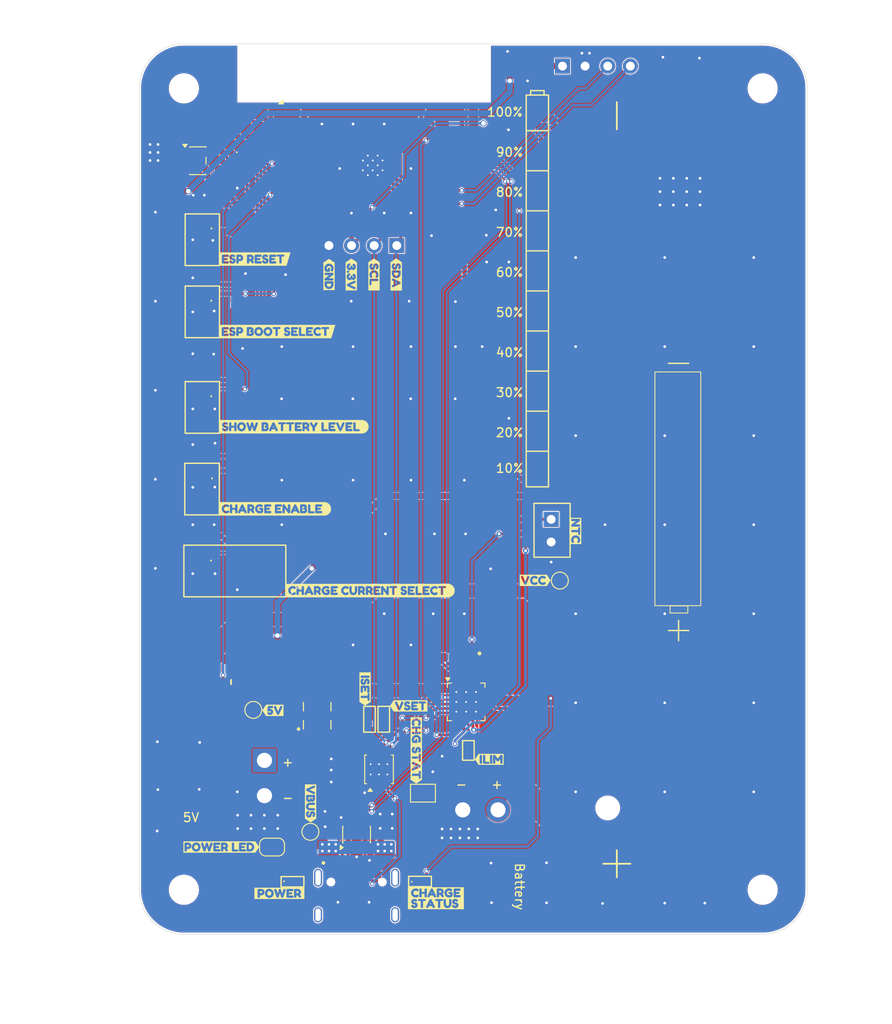
<source format=kicad_pcb>
(kicad_pcb (version 20241229) (generator "pcbnew") (generator_version "9.0")
  (layers (0 "F.Cu" signal) (4 "In1.Cu" power) (6 "In2.Cu" power) (2 "B.Cu" signal) (13 "F.Paste" user) (15 "B.Paste" user) (5 "F.SilkS" user "F.Silkscreen") (7 "B.SilkS" user "B.Silkscreen") (1 "F.Mask" user) (3 "B.Mask" user) (25 "Edge.Cuts" user))
  (net 0 "")
  (net 1 "/BATT")
  (net 2 "GND")
  (net 3 "VBUS")
  (net 4 "+3.3V")
  (net 5 "VCC")
  (net 6 "+5V")
  (net 7 "/BATT_LEVEL_BTN")
  (net 8 "/I_LEVEL_BTN")
  (net 9 "/CHIP_EN_BTN")
  (net 10 "/BOOT_SEL_BTN")
  (net 11 "Net-(D1-A)")
  (net 12 "/BATT_LEVEL_LED")
  (net 13 "Net-(D3-DOUT)")
  (net 14 "Net-(D4-DOUT)")
  (net 15 "Net-(D5-DOUT)")
  (net 16 "/CHG_I_SEL_LED")
  (net 17 "/USBC_D+")
  (net 19 "/USBC_CC2")
  (net 20 "/USBC_D-")
  (net 25 "/USBC_CC1")
  (net 27 "/CHG_TS")
  (net 28 "/I2C_SDA")
  (net 29 "/I2C_SCL")
  (net 30 "/UART_TX")
  (net 31 "/UART_RX")
  (net 32 "Net-(JP1-B)")
  (net 33 "/I2C_INT")
  (net 44 "/3.3V_BP")
  (net 46 "Net-(U2-D+)")
  (net 50 "/HUSB_VIN")
  (net 51 "/HUSB_GATE")
  (net 52 "/HUSB_VSET")
  (net 53 "/HUSB_ISET")
  (net 54 "/MOS_GATE")
  (net 55 "VDD")
  (net 56 "/CHG_SW")
  (net 57 "/CHG_BTST")
  (net 58 "/CHG_REGN")
  (net 59 "/CHG_STAT")
  (net 60 "/CHG_ILIM")
  (net 61 "/CHG_CE")
  (net 62 "/CHG_PMID")
  (net 63 "/CHG_CE_BTN")
  (net 64 "/5V_SW")
  (net 65 "/5V_FB")
  (net 66 "Net-(D6-DOUT)")
  (net 67 "Net-(D7-DOUT)")
  (net 68 "Net-(D8-DOUT)")
  (net 69 "Net-(D10-DIN)")
  (net 70 "/D10_OUT")
  (net 71 "Net-(D11-DOUT)")
  (net 74 "Net-(D14-K)")
  (net 75 "/5V_EN")
  (net 76 "/CHG_JP_LED")
  (net 77 "/CHG_LED")
  (net 78 "/USB_D+")
  (net 79 "/USB_D-")
  (net 80 "/3.3V_EN")
  (net 81 "/USBu_D-")
  (net 82 "/USBu_D+")
  (net 83 "Net-(D15-K)")
  (net 84 "VEE")
  (footprint "No Silkscreen:LED_WS2812B-2020_PLCC4_2.0x2.0mm" (layer "F.Cu") (at 152.885 58.6 -90)
    (property "Reference" "D12")
    (property "Value" "BATT_10")
  )
  (footprint "No Silkscreen:C_0402_1005Metric" (layer "F.Cu") (at 123.25 112.5 180)
    (property "Reference" "C36")
    (property "Value" "100nF")
  )
  (footprint "AONR21307:aonr21307" (layer "F.Cu") (at 128.175 126.55 90)
    (property "Reference" "Q1")
    (property "Value" "AONR21307")
  )
  (footprint "kibuzzard-69087EC1" (layer "F.Cu") (at 133.55 123.55 -90)
    (property "Reference" "kibuzzard-69087EC1" (hide yes))
    (property "Value" "G***" (hide yes))
  )
  (footprint "No Silkscreen:R_0402_1005Metric" (layer "F.Cu") (at 118.8 65.35 -90)
    (property "Reference" "R17")
    (property "Value" "120R")
  )
  (footprint "Inductor_SMD:L_0402_1005Metric" (layer "F.Cu") (at 112.15 64.845 90)
    (property "Reference" "L3")
    (property "Value" "2n2")
  )
  (footprint "TestPoint:TestPoint_Pad_D1.5mm" (layer "F.Cu") (at 155.425 111.375 -90)
    (property "Reference" "TP2")
    (property "Value" "VCC_IN")
  )
  (footprint "kibuzzard-69087EF8" (layer "F.Cu") (at 152.65 111.35)
    (property "Reference" "kibuzzard-69087EF8" (hide yes))
    (property "Value" "G***" (hide yes))
  )
  (footprint "SKRPARE010:SKRPARE010" (layer "F.Cu") (at 115.2 81.225 -90)
    (property "Reference" "S5")
    (property "Value" "SKRPARE010" (hide yes))
  )
  (footprint "No Silkscreen:C_0402_1005Metric" (layer "F.Cu") (at 155.225 73)
    (property "Reference" "C32")
    (property "Value" "100nF")
  )
  (footprint "No Silkscreen:C_0402_1005Metric" (layer "F.Cu") (at 118.875 100.85 -90)
    (property "Reference" "C20")
    (property "Value" "100nF")
  )
  (footprint "No Silkscreen:C_0805_2012Metric" (layer "F.Cu") (at 119.05 72.7 -90)
    (property "Reference" "C24")
    (property "Value" "1uF")
  )
  (footprint "No Silkscreen:R_0402_1005Metric" (layer "F.Cu") (at 125.5 144.05)
    (property "Reference" "R4")
    (property "Value" "1k")
  )
  (footprint "No Silkscreen:LED_WS2812B-2020_PLCC4_2.0x2.0mm" (layer "F.Cu") (at 152.885 81.1 -90)
    (property "Reference" "D7")
    (property "Value" "BATT_5")
  )
  (footprint "kibuzzard-69087B55" (layer "F.Cu") (at 139.3 130.45 -90)
    (property "Reference" "kibuzzard-69087B55" (hide yes))
    (property "Value" "G***" (hide yes))
  )
  (footprint "kibuzzard-690665AE" (layer "F.Cu") (at 134.15 112.5)
    (property "Reference" "kibuzzard-690665AE" (hide yes))
    (property "Value" "G***" (hide yes))
  )
  (footprint "No Silkscreen:C_0402_1005Metric" (layer "F.Cu") (at 155.225 77.525)
    (property "Reference" "C31")
    (property "Value" "100nF")
  )
  (footprint "Connector_PinHeader_2.54mm:PinHeader_1x04_P2.54mm_Vertical" (layer "F.Cu") (at 155.72 53.6 90)
    (property "Reference" "J6")
    (property "Value" "UART_CONN")
  )
  (footprint "No Silkscreen:LED_WS2812B-2020_PLCC4_2.0x2.0mm" (layer "F.Cu") (at 152.885 67.6 -90)
    (property "Reference" "D10")
    (property "Value" "BATT_8")
  )
  (footprint "TestPoint:TestPoint_Pad_D1.5mm" (layer "F.Cu") (at 127.41 139.59 90)
    (property "Reference" "TP1")
    (property "Value" "VBUS_IN")
  )
  (footprint "No Silkscreen:C_0402_1005Metric" (layer "F.Cu") (at 141.599842 123.125 90)
    (property "Reference" "C48")
    (property "Value" "100nF")
  )
  (footprint "TPS61023DRL:SOTFL50P160X60-6N" (layer "F.Cu") (at 117.6 123.6 -90)
    (property "Reference" "U3")
    (property "Value" "TPS61023DRL" (hide yes))
  )
  (footprint "No Silkscreen:R_0402_1005Metric" (layer "F.Cu") (at 145.15 130.45 90)
    (property "Reference" "R13")
    (property "Value" "120R")
  )
  (footprint "No Silkscreen:C_0805_2012Metric" (layer "F.Cu") (at 152.4 125.8 -90)
    (property "Reference" "C9")
    (property "Value" "22uF")
  )
  (footprint "No Silkscreen:C_0402_1005Metric" (layer "F.Cu") (at 120.65 72.8 -90)
    (property "Reference" "C23")
    (property "Value" "100nF")
  )
  (footprint "No Silkscreen:LED_WS2812B-2020_PLCC4_2.0x2.0mm" (layer "F.Cu") (at 152.885 85.6 -90)
    (property "Reference" "D6")
    (property "Value" "BATT_4")
  )
  (footprint "No Silkscreen:R_0402_1005Metric" (layer "F.Cu") (at 118.8 78.65 -90)
    (property "Reference" "R23")
    (property "Value" "10k")
  )
  (footprint "No Silkscreen:C_0402_1005Metric" (layer "F.Cu") (at 122.475 58.55 180)
    (property "Reference" "C6")
    (property "Value" "100nF")
  )
  (footprint "No Silkscreen:D_SOD-123" (layer "F.Cu") (at 151.45 53.6)
    (property "Reference" "D15")
    (property "Value" "1N5819HW-7-F")
  )
  (footprint "No Silkscreen:C_0805_2012Metric" (layer "F.Cu") (at 144.225 119.05 90)
    (property "Reference" "C11")
    (property "Value" "4.7uF")
  )
  (footprint "No Silkscreen:C_0805_2012Metric" (layer "F.Cu") (at 127.2 123.4375 180)
    (property "Reference" "C2")
    (property "Value" "4.7uF")
  )
  (footprint "No Silkscreen:LED_WS2812B-2020_PLCC4_2.0x2.0mm" (layer "F.Cu") (at 152.965 72.1 -90)
    (property "Reference" "D9")
    (property "Value" "BATT_7")
  )
  (footprint "kibuzzard-69066992" (layer "F.Cu") (at 121.2 75.27)
    (property "Reference" "kibuzzard-69066992" (hide yes))
    (property "Value" "G***" (hide yes))
  )
  (footprint "No Silkscreen:R_0402_1005Metric" (layer "F.Cu") (at 139.875 137.75 180)
    (property "Reference" "R10")
    (property "Value" "1k")
  )
  (footprint "No Silkscreen:R_0402_1005Metric" (layer "F.Cu") (at 120.45 122)
    (property "Reference" "R16")
    (property "Value" "100k")
  )
  (footprint "No Silkscreen:C_0402_1005Metric" (layer "F.Cu") (at 155.225 100.025)
    (property "Reference" "C26")
    (property "Value" "100nF")
  )
  (footprint "TYPE-C-31-M-12:HRO_TYPE-C-31-M-12" (layer "F.Cu") (at 132.6 148.9125)
    (property "Reference" "J1")
    (property "Value" "TYPE-C-31-M-12")
  )
  (footprint "No Silkscreen:C_0603_1608Metric" (layer "F.Cu") (at 111.4 67.65 180)
    (property "Reference" "C17")
    (property "Value" "10u")
  )
  (footprint "No Silkscreen:R_0402_1005Metric" (layer "F.Cu") (at 134.05 126.925 -90)
    (property "Reference" "R6")
    (property "Value" "0R")
  )
  (footprint "kibuzzard-69066962" (layer "F.Cu") (at 123.71 83.41)
    (property "Reference" "kibuzzard-69066962" (hide yes))
    (property "Value" "G***" (hide yes))
  )
  (footprint "Connector_JST:JST_VH_S2P-VH_1x02_P3.96mm_Horizontal" (layer "F.Cu") (at 122.25 131.57 -90)
    (property "Reference" "J2")
    (property "Value" "SYS_CONN(JST S2P-VH)")
  )
  (footprint "No Silkscreen:R_0402_1005Metric" (layer "F.Cu") (at 118.85 98.5 -90)
    (property "Reference" "R19")
    (property "Value" "10k")
  )
  (footprint "No Silkscreen:R_0402_1005Metric" (layer "F.Cu") (at 144.41 64.5 180)
    (property "Reference" "R18")
    (property "Value" "22R")
  )
  (footprint "SPM6530T-2R2M:SPM6530" (layer "F.Cu") (at 150.522785 119.75)
    (property "Reference" "L1" (hide yes))
    (property "Value" "2.2uH" (hide yes))
  )
  (footprint "No Silkscreen:C_0402_1005Metric" (layer "F.Cu") (at 155.225 59.5)
    (property "Reference" "C35")
    (property "Value" "100nF")
  )
  (footprint "Connector_JST:JST_VH_S2P-VH_1x02_P3.96mm_Horizontal" (layer "F.Cu") (at 144.52 137.125)
    (property "Reference" "J3")
    (property "Value" "BATT_CONN(JST S2P-VH)")
  )
  (footprint "No Silkscreen:R_0805_2012Metric" (layer "F.Cu") (at 131.7875 129.6)
    (property "Reference" "R3")
    (property "Value" "5.1k")
  )
  (footprint "MountingHole:MountingHole_3mm" (layer "F.Cu") (at 113.2 146.1 -90)
    (property "Reference" "H1")
    (property "Value" "M3")
  )
  (footprint "MountingHole:MountingHole_3mm" (layer "F.Cu") (at 113.2 56.1 -90)
    (property "Reference" "H2")
    (property "Value" "M3")
  )
  (footprint "kibuzzard-6914ED2A" (layer "F.Cu") (at 138.45 125.45)
    (property "Reference" "kibuzzard-6914ED2A" (hide yes))
    (property "Value" "G***" (hide yes))
  )
  (footprint "No Silkscreen:LED_WS2812B-2020_PLCC4_2.0x2.0mm" (layer "F.Cu") (at 152.885 76.6 -90)
    (property "Reference" "D8")
    (property "Value" "BATT_6")
  )
  (footprint "TestPoint:TestPoint_Pad_D1.5mm" (layer "F.Cu") (at 121 125.9 -90)
    (property "Reference" "TP3")
    (property "Value" "5V_OUT")
  )
  (footprint "kibuzzard-6908973F" (layer "F.Cu") (at 123.929864 146.500001)
    (property "Reference" "kibuzzard-6908973F" (hide yes))
    (property "Value" "G***" (hide yes))
  )
  (footprint "kibuzzard-6906673D" (layer "F.Cu") (at 123.47 103.32)
    (property "Reference" "kibuzzard-6906673D" (hide yes))
    (property "Value" "G***" (hide yes))
  )
  (footprint "No Silkscreen:R_0402_1005Metric" (layer "F.Cu") (at 144.935 60.05 180)
    (property "Reference" "R8")
    (property "Value" "10k")
  )
  (footprint "kibuzzard-69087ACC" (layer "F.Cu") (at 147.5 131.45)
    (property "Reference" "kibuzzard-69087ACC" (hide yes))
    (property "Value" "G***" (hide yes))
  )
  (footprint "kibuzzard-69087C9F" (layer "F.Cu") (at 137.05 77 -90)
    (property "Reference" "kibuzzard-69087C9F" (hide yes))
    (property "Value" "G***" (hide yes))
  )
  (footprint "kibuzzard-690667D4" (layer "F.Cu") (at 125.59 94.1)
    (property "Reference" "kibuzzard-690667D4" (hide yes))
    (property "Value" "G***" (hide yes))
  )
  (footprint "SKRPARE010:SKRPARE010" (layer "F.Cu") (at 115.175 91.95 -90)
    (property "Reference" "S2")
    (property "Value" "SKRPARE010" (hide yes))
  )
  (footprint "RF_Module:ESP32-C3-WROOM-02" (layer "F.Cu") (at 133.45 64.55)
    (property "Reference" "U1")
    (property "Value" "ESP32-C3-WROOM-02")
  )
  (footprint "No Silkscreen:R_0402_1005Metric" (layer "F.Cu") (at 120.45 123.475 180)
    (property "Reference" "R15")
    (property "Value" "732k")
  )
  (footprint "No Silkscreen:C_0805_2012Metric" (layer "F.Cu") (at 117.8 128.05 180)
    (property "Reference" "C16")
    (property "Value" "22uF")
  )
  (footprint "No Silkscreen:C_0402_1005Metric" (layer "F.Cu") (at 155.225 82)
    (property "Reference" "C30")
    (property "Value" "100nF")
  )
  (footprint "No Silkscreen:C_0805_2012Metric" (layer "F.Cu") (at 118.2 118.65)
    (property "Reference" "C43")
    (property "Value" "22uF")
  )
  (footprint "SKRPARE010:SKRPARE010" (layer "F.Cu") (at 115.2 73.1 -90)
    (property "Reference" "S4")
    (property "Value" "SKRPARE010" (hide yes))
  )
  (footprint "No Silkscreen:R_0402_1005Metric" (layer "F.Cu") (at 118.8 69.4 -90)
    (property "Reference" "R22")
    (property "Value" "10k")
  )
  (footprint "No Silkscreen:LED_WS2812B-2020_PLCC4_2.0x2.0mm" (layer "F.Cu") (at 152.885 63.1 -90)
    (property "Reference" "D11")
    (property "Value" "BATT_9")
  )
  (footprint "No Silkscreen:C_0402_1005Metric" (layer "F.Cu") (at 155.225 91.025)
    (property "Reference" "C28")
    (property "Value" "100nF")
  )
  (footprint "No Silkscreen:C_0402_1005Metric" (layer "F.Cu") (at 148.1 124.4 90)
    (property "Reference" "C39")
    (property "Value" "100nF")
  )
  (footprint "No Silkscreen:C_0805_2012Metric" (layer "F.Cu") (at 149.45 129.45)
    (property "Reference" "C49")
    (property "Value" "22uF")
  )
  (footprint "No Silkscreen:C_0805_2012Metric" (layer "F.Cu") (at 140.06 122.8 90)
    (property "Reference" "C47")
    (property "Value" "22uF")
  )
  (footprint "No Silkscreen:R_0402_1005Metric" (layer "F.Cu") (at 150.75 106.125)
    (property "Reference" "R11")
    (property "Value" "10k")
  )
  (footprint "No Silkscreen:C_0402_1005Metric" (layer "F.Cu") (at 115.4075 66.625 180)
    (property "Reference" "C18")
    (property "Value" "100n")
  )
  (footprint "No Silkscreen:C_0402_1005Metric" (layer "F.Cu") (at 155.225 95.5)
    (property "Reference" "C27")
    (property "Value" "100nF")
  )
  (footprint "No Silkscreen:C_0805_2012Metric" (layer "F.Cu") (at 149.45 127.25)
    (property "Reference" "C50")
    (property "Value" "22uF")
  )
  (footprint "Personal library:BH-18650-B1BA002" (layer "F.Cu") (at 168.8 101.07 -90)
    (property "Reference" "B1")
    (property "Value" "BH-18650-B1BA002")
  )
  (footprint "No Silkscreen:R_0805_2012Metric" (layer "F.Cu") (at 128.2875 129.6)
    (property "Reference" "R2")
    (property "Value" "49.9k")
  )
  (footprint "Connector_PinHeader_2.54mm:PinHeader_1x02_P2.54mm_Vertical" (layer "F.Cu") (at 154.45 104.5)
    (property "Reference" "J4")
    (property "Value" "Thermistor_CONN")
  )
  (footprint "kibuzzard-69087DFE" (layer "F.Cu") (at 157.2 105.8 -90)
    (property "Reference" "kibuzzard-69087DFE" (hide yes))
    (property "Value" "G***" (hide yes))
  )
  (footprint "No Silkscreen:C_0805_2012Metric" (layer "F.Cu") (at 127.2 119.2375 180)
    (property "Reference" "C4")
    (property "Value" "4.7uF")
  )
  (footprint "No Silkscreen:C_0402_1005Metric" (layer "F.Cu") (at 145.875 120.975 90)
    (property "Reference" "C8")
    (property "Value" "47nF")
  )
  (footprint "No Silkscreen:C_0805_2012Metric" (layer "F.Cu") (at 142.15 119.05 90)
    (property "Reference" "C51")
    (property "Value" "22uF")
  )
  (footprint "kibuzzard-69089838" (layer "F.Cu") (at 141.5 147.05)
    (property "Reference" "kibuzzard-69089838" (hide yes))
    (property "Value" "G***" (hide yes))
  )
  (footprint "No Silkscreen:R_0402_1005Metric" (layer "F.Cu") (at 144.4 66 180)
    (property "Reference" "R14")
    (property "Value" "22R")
  )
  (footprint "Jumper:SolderJumper-2_P1.3mm_Bridged_RoundedPad1.0x1.5mm" (layer "F.Cu") (at 123.1 141.3 180)
    (property "Reference" "JP1")
    (property "Value" "PWR_LED_JP")
  )
  (footprint "No Silkscreen:C_0402_1005Metric" (layer "F.Cu") (at 155.225 68.5)
    (property "Reference" "C33")
    (property "Value" "100nF")
  )
  (footprint "No Silkscreen:C_0402_1005Metric" (layer "F.Cu") (at 155.225 64.025)
    (property "Reference" "C34")
    (property "Value" "100nF")
  )
  (footprint "No Silkscreen:R_0402_1005Metric" (layer "F.Cu") (at 118.95 108.45 180)
    (property "Reference" "R21")
    (property "Value" "10k")
  )
  (footprint "No Silkscreen:C_0402_1005Metric" (layer "F.Cu") (at 118.8 80.95 -90)
    (property "Reference" "C25")
    (property "Value" "100nF")
  )
  (footprint "MountingHole:MountingHole_3mm" (layer "F.Cu") (at 178.2 146.1 -90)
    (property "Reference" "H4")
    (property "Value" "M3")
  )
  (footprint "No Silkscreen:R_0402_1005Metric" (layer "F.Cu") (at 118.875 89.35 -90)
    (property "Reference" "R20")
    (property "Value" "10k")
  )
  (footprint "No Silkscreen:R_0402_1005Metric" (layer "F.Cu") (at 144.935 61.55 180)
    (property "Reference" "R7")
    (property "Value" "10k")
  )
  (footprint "LED_SMD:LED_0402_1005Metric" (layer "F.Cu") (at 118.05 63.275 180)
    (property "Reference" "D14")
    (property "Value" "USB_LED_O")
  )
  (footprint "kibuzzard-69087BEB" (layer "F.Cu") (at 132 77 -90)
    (property "Reference" "kibuzzard-69087BEB" (hide yes))
    (property "Value" "G***" (hide yes))
  )
  (footprint "Package_TO_SOT_SMD:SOT-23-6" (layer "F.Cu") (at 132.6 139.9 90)
    (property "Reference" "U6")
    (property "Value" "USBLC6-2SC6")
  )
  (footprint "No Silkscreen:R_0402_1005Metric" (layer "F.Cu") (at 144.935 58.55 180)
    (property "Reference" "R9")
    (property "Value" "10k")
  )
  (footprint "No Silkscreen:C_0805_2012Metric" (layer "F.Cu") (at 132.175 133.1 90)
    (property "Reference" "C1")
    (property "Value" "1uF")
  )
  (footprint "kibuzzard-69087B9F" (layer "F.Cu") (at 129.5 77 -90)
    (property "Reference" "kibuzzard-69087B9F" (hide yes))
    (property "Value" "G***" (hide yes))
  )
  (footprint "No Silkscreen:R_0402_1005Metric" (layer "F.Cu") (at 135.65 126.925 90)
    (property "Reference" "R5")
    (property "Value" "0R")
  )
  (footprint "LED_SMD:LED_0402_1005Metric" (layer "F.Cu") (at 139.885 145.2)
    (property "Reference" "D2")
    (property "Value" "CHG_STAT_Orange")
  )
  (footprint "No Silkscreen:LED_WS2812B-2020_PLCC4_2.0x2.0mm" (layer "F.Cu") (at 152.885 99.1 -90)
    (property "Reference" "D3")
    (property "Value" "BATT_1")
  )
  (footprint "No Silkscreen:C_0402_1005Metric" (layer "F.Cu") (at 111.675 63.295 180)
    (property "Reference" "C38")
    (property "Value" "100nF")
  )
  (footprint "Connector_PinHeader_2.54mm:PinHeader_1x04_P2.54mm_Vertical" (layer "F.Cu") (at 137.11 73.75 -90)
    (property "Reference" "J5")
    (property "Value" "Conn_01x04")
  )
  (footprint "No Silkscreen:C_0402_1005Metric" (layer "F.Cu") (at 118.875 91.675 -90)
    (property "Reference" "C21")
    (property "Value" "100nF")
  )
  (footprint "Package_DFN_QFN:DFN-10-1EP_3x3mm_P0.5mm_EP1.65x2.38mm_ThermalVias" (layer "F.Cu") (at 135.115 132.575 90)
    (property "Reference" "U5")
    (property "Value" "HUSB238")
  )
  (footprint "Jumper:SolderJumper-2_P1.3mm_Open_TrianglePad1.0x1.5mm" (layer "F.Cu") (at 140.05 135.25)
    (property "Reference" "JP2")
    (property "Value" "STAT_LED_JP")
  )
  (footprint "No Silkscreen:C_0805_2012Metric" (layer "F.Cu") (at 135.66 122.8 90)
    (property "Reference" "C45")
    (property "Value" "22uF")
  )
  (footprint "No Silkscreen:C_0402_1005Metric" (layer "F.Cu") (at 117.57 120.15)
    (property "Reference" "C41")
    (property "Value" "100n")
  )
  (footprint "LED_SMD:LED_0402_1005Metric" (layer "F.Cu") (at 125.529864 145.150001)
    (property "Reference" "D1")
    (property "Value" "PWR_GREEN")
  )
  (footprint "Package_TO_SOT_SMD:SOT-23-5" (layer "F.Cu") (at 114.775 64.225)
    (property "Reference" "U4")
    (property "Value" "SPX3819M5-L-3-3")
  )
  (footprint "kibuzzard-69087F54" (layer "F.Cu") (at 123.2 125.95)
    (property "Reference" "kibuzzard-69087F54" (hide yes))
    (property "Value" "G***" (hide yes))
  )
  (footprint "No Silkscreen:C_0805_2012Metric" (layer "F.Cu") (at 137.85 122.8 90)
    (property "Reference" "C46")
    (property "Value" "22uF")
  )
  (footprint "kibuzzard-69087B0B" (layer "F.Cu") (at 117.4 141.3)
    (property "Reference" "kibuzzard-69087B0B" (hide yes))
    (property "Value" "G***" (hide yes))
  )
  (footprint "MountingHole:MountingHole_3mm" (layer "F.Cu") (at 178.2 56.1 -90)
    (property "Reference" "H3")
    (property "Value" "M3")
  )
  (footprint "Package_DFN_QFN:Texas_RTW_WQFN-24-1EP_4x4mm_P0.5mm_EP2.7x2.7mm_ThermalVias" (layer "F.Cu") (at 144.9 125)
    (property "Reference" "U2")
    (property "Value" "BQ25895RTW")
  )
  (footprint "kibuzzard-69087E63" (layer "F.Cu") (at 127.43 136.4 -90)
    (property "Reference" "kibuzzard-69087E63" (hide yes))
    (property "Value" "G***" (hide yes))
  )
  (footprint "No Silkscreen:LED_WS2812B-2020_PLCC4_2.0x2.0mm" (layer "F.Cu") (at 152.885 94.6 -90)
    (property "Reference" "D4")
    (property "Value" "BATT_2")
  )
  (footprint "kibuzzard-69087C39" (layer "F.Cu") (at 134.55 77 -90)
    (property "Reference" "kibuzzard-69087C39" (hide yes))
    (property "Value" "G***" (hide yes))
  )
  (footprint "Inductor_SMD:L_Changjiang_FNR6045S" (layer "F.Cu") (at 113.15 121.25 -90)
    (property "Reference" "L2")
    (property "Value" "2.7uH")
  )
  (footprint "No Silkscreen:C_0402_1005Metric" (layer "F.Cu") (at 118.475 110.05 -90)
    (property "Reference" "C22")
    (property "Value" "100nF")
  )
  (footprint "No Silkscreen:R_0402_1005Metric" (layer "F.Cu") (at 150.75 104.5 180)
    (property "Reference" "R12")
    (property "Value" "10k")
  )
  (footprint "No Silkscreen:C_0402_1005Metric" (layer "F.Cu") (at 155.225 86.5)
    (property "Reference" "C29")
    (property "Value" "100nF")
  )
  (footprint "SKRPARE010:SKRPARE010" (layer "F.Cu") (at 115.25 101.125 -90)
    (property "Reference" "S1")
    (property "Value" "SKRPARE010" (hide yes))
  )
  (footprint "SKRPARE010:SKRPARE010" (layer "F.Cu") (at 115.2 110.325 -90)
    (property "Reference" "S3")
    (property "Value" "SKRPARE010" (hide yes))
  )
  (footprint "No Silkscreen:LED_WS2812B-2020_PLCC4_2.0x2.0mm" (layer "F.Cu") (at 152.885 90.1 -90)
    (property "Reference" "D5")
    (property "Value" "BATT_3")
  )
  (footprint "No Silkscreen:D_SOD-123" (layer "F.Cu") (at 111.3 71.9 -90)
    (property "Reference" "D16")
    (property "Value" "1N5819HW-7-F")
  )
  (footprint "No Silkscreen:LED_WS2812B-2020_PLCC4_2.0x2.0mm" (layer "F.Cu") (at 123.2 110.325 -90)
    (property "Reference" "D13")
    (property "Value" "CHG_I_SELECT")
  )
  (footprint "No Silkscreen:R_0805_2012Metric" (layer "F.Cu") (at 131.275 135.95)
    (property "Reference" "R1")
    (property "Value" "10R")
  )
  (footprint "No Silkscreen:C_0603_1608Metric" (layer "F.Cu") (at 115.125 61.525 180)
    (property "Reference" "C19")
    (property "Value" "10u")
  )
  (footprint "No Silkscreen:C_0805_2012Metric" (layer "F.Cu") (at 149.7 123.9 90)
    (property "Reference" "C10")
    (property "Value" "22uF")
  )
  (footprint "No Silkscreen:C_0603_1608Metric" (layer "F.Cu") (at 120.525 60.125 180)
    (property "Reference" "C5")
    (property "Value" "10uF")
  )
  (footprint "No Silkscreen:C_0805_2012Metric" (layer "F.Cu") (at 117.8 125.95 180)
    (property "Reference" "C15")
    (property "Value" "22uF")
  )
  (footprint "No Silkscreen:C_0805_2012Metric" (layer "F.Cu") (at 127.2 121.3375 180)
    (property "Reference" "C3")
    (property "Value" "4.7uF")
  )
  (footprint "No Silkscreen:C_0402_1005Metric" (layer "F.Cu") (at 111.675 66.345 180)
    (property "Reference" "C37")
    (property "Value" "100nF")
  )
  (gr_line (start 151.65 83.35) (end 154.15 83.35) (stroke (width 0.153)) (layer "F.SilkS"))
  (gr_rect (start 113.35 78.3) (end 117.2 84.1) (stroke (width 0.153)) (fill no) (layer "F.SilkS"))
  (gr_line (start 151.65 65.35) (end 154.15 65.35) (stroke (width 0.153)) (layer "F.SilkS"))
  (gr_rect (start 113.345 70.2) (end 117.195 76) (stroke (width 0.153)) (fill no) (layer "F.SilkS"))
  (gr_rect (start 113.2 107.4) (end 124.65 113.2) (stroke (width 0.153)) (fill no) (layer "F.SilkS"))
  (gr_line (start 152.15 56.35) (end 153.65 56.35) (stroke (width 0.153)) (layer "F.SilkS"))
  (gr_rect (start 138.440272 144.586385) (end 141 145.75) (stroke (width 0.153)) (fill no) (layer "F.SilkS"))
  (gr_line (start 151.65 57.35) (end 151.65 100.85) (stroke (width 0.153)) (layer "F.SilkS"))
  (gr_rect (start 133.4 125.5) (end 134.7 128.4) (stroke (width 0.153)) (fill no) (layer "F.SilkS"))
  (gr_line (start 151.65 60.85) (end 154.15 60.85) (stroke (width 0.153)) (layer "F.SilkS"))
  (gr_line (start 151.65 56.85) (end 151.65 57.35) (stroke (width 0.153)) (layer "F.SilkS"))
  (gr_rect (start 144.5 129.35) (end 145.8 131.55) (stroke (width 0.153)) (fill no) (layer "F.SilkS"))
  (gr_line (start 151.65 96.85) (end 154.15 96.85) (stroke (width 0.153)) (layer "F.SilkS"))
  (gr_line (start 151.65 87.85) (end 154.15 87.85) (stroke (width 0.153)) (layer "F.SilkS"))
  (gr_line (start 151.65 74.35) (end 154.15 74.35) (stroke (width 0.153)) (layer "F.SilkS"))
  (gr_rect (start 113.35 89.03) (end 117.2 94.83) (stroke (width 0.153)) (fill no) (layer "F.SilkS"))
  (gr_line (start 152.15 56.85) (end 152.15 56.35) (stroke (width 0.153)) (layer "F.SilkS"))
  (gr_line (start 151.65 78.85) (end 154.15 78.85) (stroke (width 0.153)) (layer "F.SilkS"))
  (gr_line (start 151.65 100.85) (end 154.15 100.85) (stroke (width 0.153)) (layer "F.SilkS"))
  (gr_line (start 154.15 56.85) (end 151.65 56.85) (stroke (width 0.153)) (layer "F.SilkS"))
  (gr_line (start 151.65 92.35) (end 154.15 92.35) (stroke (width 0.153)) (layer "F.SilkS"))
  (gr_rect (start 113.3 98.2) (end 117.18 104) (stroke (width 0.153)) (fill no) (layer "F.SilkS"))
  (gr_rect (start 124.120136 144.618193) (end 126.679864 145.781808) (stroke (width 0.153)) (fill no) (layer "F.SilkS"))
  (gr_line (start 153.65 56.35) (end 153.65 56.85) (stroke (width 0.153)) (layer "F.SilkS"))
  (gr_line (start 151.65 69.85) (end 154.15 69.85) (stroke (width 0.153)) (layer "F.SilkS"))
  (gr_rect (start 152.525 102.7) (end 156.575 108.75) (stroke (width 0.153)) (fill no) (layer "F.SilkS"))
  (gr_line (start 154.15 100.85) (end 154.15 56.85) (stroke (width 0.153)) (layer "F.SilkS"))
  (gr_rect (start 135 125.5) (end 136.3 128.4) (stroke (width 0.153)) (fill no) (layer "F.SilkS"))
  (gr_arc (start 113.2 151.1) (mid 109.664466 149.635534) (end 108.2 146.1) (stroke (width 0.05)) (layer "Edge.Cuts"))
  (gr_line (start 178.2 151.1) (end 113.2 151.1) (stroke (width 0.05)) (layer "Edge.Cuts"))
  (gr_line (start 108.2 146.1) (end 108.2 56.1) (stroke (width 0.05)) (layer "Edge.Cuts"))
  (gr_line (start 183.2 56.1) (end 183.2 146.1) (stroke (width 0.05)) (layer "Edge.Cuts"))
  (gr_arc (start 108.2 56.1) (mid 109.664466 52.564466) (end 113.2 51.1) (stroke (width 0.05)) (layer "Edge.Cuts"))
  (gr_line (start 113.2 51.1) (end 178.2 51.1) (stroke (width 0.05)) (layer "Edge.Cuts"))
  (gr_arc (start 178.2 51.1) (mid 181.735534 52.564466) (end 183.2 56.1) (stroke (width 0.05)) (layer "Edge.Cuts"))
  (gr_arc (start 183.2 146.1) (mid 181.735534 149.635534) (end 178.2 151.1) (stroke (width 0.05)) (layer "Edge.Cuts"))
  (gr_text "90%" (at 148.15 63.85 0) (layer "F.SilkS") (effects (font (size 1 1) (thickness 0.153)) (justify left bottom)))
  (gr_text "10%" (at 148.15 99.35 0) (layer "F.SilkS") (effects (font (size 1 1) (thickness 0.153)) (justify left bottom)))
  (gr_text "+" (at 147.65 134.85 0) (layer "F.SilkS") (effects (font (size 1 1) (thickness 0.153)) (justify left bottom)))
  (gr_text "40%" (at 148.15 86.35 0) (layer "F.SilkS") (effects (font (size 1 1) (thickness 0.153)) (justify left bottom)))
  (gr_text "+" (at 124.15 132.35 0) (layer "F.SilkS") (effects (font (size 1 1) (thickness 0.153)) (justify left bottom)))
  (gr_text "70%" (at 148.15 72.85 0) (layer "F.SilkS") (effects (font (size 1 1) (thickness 0.153)) (justify left bottom)))
  (gr_text "+" (at 166.8 118.5 0) (layer "F.SilkS") (effects (font (size 3 3) (thickness 0.153)) (justify left bottom)))
  (gr_text "5V" (at 113 138.57 0) (layer "F.SilkS") (effects (font (size 1 1) (thickness 0.153)) (justify left bottom)))
  (gr_text "-" (at 166.8 88.5 0) (layer "F.SilkS") (effects (font (size 3 3) (thickness 0.153)) (justify left bottom)))
  (gr_text "-" (at 124.15 136.35 0) (layer "F.SilkS") (effects (font (size 1 1) (thickness 0.153)) (justify left bottom)))
  (gr_text "80%" (at 148.15 68.35 0) (layer "F.SilkS") (effects (font (size 1 1) (thickness 0.153)) (justify left bottom)))
  (gr_text "50%" (at 148.15 81.85 0) (layer "F.SilkS") (effects (font (size 1 1) (thickness 0.153)) (justify left bottom)))
  (gr_text "-" (at 143.65 134.85 0) (layer "F.SilkS") (effects (font (size 1 1) (thickness 0.153)) (justify left bottom)))
  (gr_text "30%" (at 148.15 90.85 0) (layer "F.SilkS") (effects (font (size 1 1) (thickness 0.153)) (justify left bottom)))
  (gr_text "60%" (at 148.15 77.35 0) (layer "F.SilkS") (effects (font (size 1 1) (thickness 0.153)) (justify left bottom)))
  (gr_text "Battery" (at 150.31 143 270) (layer "F.SilkS") (effects (font (size 1 1) (thickness 0.153)) (justify left bottom)))
  (gr_text "100%" (at 147.15 59.35 0) (layer "F.SilkS") (effects (font (size 1 1) (thickness 0.153)) (justify left bottom)))
  (gr_text "20%" (at 148.15 95.35 0) (layer "F.SilkS") (effects (font (size 1 1) (thickness 0.153)) (justify left bottom)))
  (segment (start 157.05 140.7) (end 168.8 140.7) (width 2.8) (layer "F.Cu") (net 1))
  (segment (start 148 129.4) (end 148 131.65) (width 2.8) (layer "F.Cu") (net 1))
  (segment (start 148.48 137.125) (end 148 136.645) (width 2.8) (layer "F.Cu") (net 1))
  (segment (start 148 129.4) (end 147.975 129.375) (width 2.8) (layer "F.Cu") (net 1))
  (segment (start 148 131.65) (end 157.05 140.7) (width 2.8) (layer "F.Cu") (net 1))
  (segment (start 148 136.645) (end 148 129.4) (width 2.8) (layer "F.Cu") (net 1))
  (via (at 148.225 69.75) (size 0.5) (drill 0.3) (layers "F.Cu" "B.Cu") (net 2))
  (via (at 145.2 140.275) (size 0.5) (drill 0.3) (layers "F.Cu" "B.Cu") (net 2))
  (via (at 138.7 70.1) (size 0.5) (drill 0.3) (layers "F.Cu" "B.Cu") (net 2))
  (via (at 119.24 137.73) (size 0.5) (drill 0.3) (layers "F.Cu" "B.Cu") (net 2))
  (via (at 151.8 55.25) (size 0.5) (drill 0.3) (layers "F.Cu" "B.Cu") (net 2))
  (via (at 146.7 85.1) (size 0.5) (drill 0.3) (layers "F.Cu" "B.Cu") (net 2))
  (via (at 110 100) (size 0.5) (drill 0.3) (layers "F.Cu" "B.Cu") (net 2))
  (via (at 109.4 63.3) (size 0.5) (drill 0.3) (layers "F.Cu" "B.Cu") (net 2))
  (via (at 167.2 75.1) (size 0.5) (drill 0.3) (layers "F.Cu" "B.Cu") (net 2))
  (via (at 109.4 62.4) (size 0.5) (drill 0.3) (layers "F.Cu" "B.Cu") (net 2))
  (via (at 116.55 85.95) (size 0.5) (drill 0.3) (layers "F.Cu" "B.Cu") (net 2))
  (via (at 167.2 125.1) (size 0.5) (drill 0.3) (layers "F.Cu" "B.Cu") (net 2))
  (via (at 167.2 147.6) (size 0.5) (drill 0.3) (layers "F.Cu" "B.Cu") (net 2))
  (via (at 142.2 140.275) (size 0.5) (drill 0.3) (layers "F.Cu" "B.Cu") (net 2))
  (via (at 132 80) (size 0.5) (drill 0.3) (layers "F.Cu" "B.Cu") (net 2))
  (via (at 143.7 85.1) (size 0.5) (drill 0.3) (layers "F.Cu" "B.Cu") (net 2))
  (via (at 166.675 66.2) (size 0.5) (drill 0.3) (layers "F.Cu" "B.Cu") (net 2))
  (via (at 119.24 139.23) (size 0.5) (drill 0.3) (layers "F.Cu" "B.Cu") (net 2))
  (via (at 169.675 69.2) (size 0.5) (drill 0.3) (layers "F.Cu" "B.Cu") (net 2))
  (via (at 135.7 60.1) (size 0.5) (drill 0.3) (layers "F.Cu" "B.Cu") (net 2))
  (via (at 138.673057 90.96) (size 0.5) (drill 0.3) (layers "F.Cu" "B.Cu") (net 2))
  (via (at 124.62 77.02) (size 0.5) (drill 0.3) (layers "F.Cu" "B.Cu") (net 2))
  (via (at 171.1 52.7) (size 0.5) (drill 0.3) (layers "F.Cu" "B.Cu") (net 2))
  (via (at 154.45 109.3) (size 0.5) (drill 0.3) (layers "F.Cu" "B.Cu") (net 2))
  (via (at 135.7 115.1) (size 0.5) (drill 0.3) (layers "F.Cu" "B.Cu") (net 2))
  (via (at 110.275 134.85) (size 0.5) (drill 0.3) (layers "F.Cu" "B.Cu") (net 2))
  (via (at 167.2 85.1) (size 0.5) (drill 0.3) (layers "F.Cu" "B.Cu") (net 2))
  (via (at 157.2 95.1) (size 0.5) (drill 0.3) (layers "F.Cu" "B.Cu") (net 2))
  (via (at 114.975 129.55) (size 0.5) (drill 0.3) (layers "F.Cu" "B.Cu") (net 2))
  (via (at 136.6 137.6) (size 0.5) (drill 0.3) (layers "F.Cu" "B.Cu") (net 2))
  (via (at 135.25 139.2) (size 0.5) (drill 0.3) (layers "F.Cu" "B.Cu") (net 2))
  (via (at 147.2 75.6) (size 0.5) (drill 0.3) (layers "F.Cu" "B.Cu") (net 2))
  (via (at 157.2 85.1) (size 0.5) (drill 0.3) (layers "F.Cu" "B.Cu") (net 2))
  (via (at 114.2 110.6) (size 0.5) (drill 0.3) (layers "F.Cu" "B.Cu") (net 2))
  (via (at 132.6 142.4) (size 0.5) (drill 0.3) (layers "F.Cu" "B.Cu") (net 2))
  (via (at 141.01 72.64) (size 0.5) (drill 0.3) (layers "F.Cu" "B.Cu") (net 2))
  (via (at 136.6 139.2) (size 0.5) (drill 0.3) (layers "F.Cu" "B.Cu") (net 2))
  (via (at 120.12 76.895) (size 0.5) (drill 0.3) (layers "F.Cu" "B.Cu") (net 2))
  (via (at 129.05 137.3) (size 0.5) (drill 0.3) (layers "F.Cu" "B.Cu") (net 2))
  (via (at 114.2 85.9) (size 0.5) (drill 0.3) (layers "F.Cu" "B.Cu") (net 2))
  (via (at 144.84 106.13) (size 0.5) (drill 0.3) (layers "F.Cu" "B.Cu") (net 2))
  (via (at 144.7 115.1) (size 0.5) (drill 0.3) (layers "F.Cu" "B.Cu") (net 2))
  (via (at 123.74 139.23) (size 0.5) (drill 0.3) (layers "F.Cu" "B.Cu") (net 2))
  (via (at 138.7 118.6) (size 0.5) (drill 0.3) (layers "F.Cu" "B.Cu") (net 2))
  (via (at 114.2 105.1) (size 0.5) (drill 0.3) (layers "F.Cu" "B.Cu") (net 2))
  (via (at 109.4 64.2) (size 0.5) (drill 0.3) (layers "F.Cu" "B.Cu") (net 2))
  (via (at 119.79 85.31) (size 0.5) (drill 0.3) (layers "F.Cu" "B.Cu") (net 2))
  (via (at 116.7 110.6) (size 0.5) (drill 0.3) (layers "F.Cu" "B.Cu") (net 2))
  (via (at 146.2 139.275) (size 0.5) (drill 0.3) (layers "F.Cu" "B.Cu") (net 2))
  (via (at 114.2 96.1) (size 0.5) (drill 0.3) (layers "F.Cu" "B.Cu") (net 2))
  (via (at 171.175 67.7) (size 0.5) (drill 0.3) (layers "F.Cu" "B.Cu") (net 2))
  (via (at 177.2 85.1) (size 0.5) (drill 0.3) (layers "F.Cu" "B.Cu") (net 2))
  (via (at 147.65 110.05) (size 0.5) (drill 0.3) (layers "F.Cu" "B.Cu") (net 2))
  (via (at 114.2 77.375) (size 0.5) (drill 0.3) (layers "F.Cu" "B.Cu") (net 2))
  (via (at 132.2 60.1) (size 0.5) (drill 0.3) (layers "F.Cu" "B.Cu") (net 2))
  (via (at 143.673057 90.96) (size 0.5) (drill 0.3) (layers "F.Cu" "B.Cu") (net 2))
  (via (at 124.2 105.1) (size 0.5) (drill 0.3) (layers "F.Cu" "B.Cu") (net 2))
  (via (at 134.05 142.8) (size 0.5) (drill 0.3) (layers "F.Cu" "B.Cu") (net 2))
  (via (at 177.2 115.1) (size 0.5) (drill 0.3) (layers "F.Cu" "B.Cu") (net 2))
  (via (at 114.25 68.1) (size 0.5) (drill 0.3) (layers "F.Cu" "B.Cu") (net 2))
  (via (at 177.2 125.1) (size 0.5) (drill 0.3) (layers "F.Cu" "B.Cu") (net 2))
  (via (at 143.7 80.05) (size 0.5) (drill 0.3) (layers "F.Cu" "B.Cu") (net 2))
  (via (at 110.3 63.3) (size 0.5) (drill 0.3) (layers "F.Cu" "B.Cu") (net 2))
  (via (at 124.173057 90.96) (size 0.5) (drill 0.3) (layers "F.Cu" "B.Cu") (net 2))
  (via (at 177.2 105.1) (size 0.5) (drill 0.3) (layers "F.Cu" "B.Cu") (net 2))
  (via (at 153.93 143.07) (size 0.5) (drill 0.3) (layers "F.Cu" "B.Cu") (net 2))
  (via (at 110 80) (size 0.5) (drill 0.3) (layers "F.Cu" "B.Cu") (net 2))
  (via (at 168.175 66.2) (size 0.5) (drill 0.3) (layers "F.Cu" "B.Cu") (net 2))
  (via (at 129.75 134) (size 0.5) (drill 0.3) (layers "F.Cu" "B.Cu") (net 2))
  (via (at 142.2 131.1) (size 0.5) (drill 0.3) (layers "F.Cu" "B.Cu") (net 2))
  (via (at 123.74 137.73) (size 0.5) (drill 0.3) (layers "F.Cu" "B.Cu") (net 2))
  (via (at 120.74 139.23) (size 0.5) (drill 0.3) (layers "F.Cu" "B.Cu") (net 2))
  (via (at 114.925 134.825) (size 0.5) (drill 0.3) (layers "F.Cu" "B.Cu") (net 2))
  (via (at 128.7 60.1) (size 0.5) (drill 0.3) (layers "F.Cu" "B.Cu") (net 2))
  (via (at 177.2 95.1) (size 0.5) (drill 0.3) (layers "F.Cu" "B.Cu") (net 2))
  (via (at 116.6 81.1) (size 0.5) (drill 0.3) (layers "F.Cu" "B.Cu") (net 2))
  (via (at 124.2 85.1) (size 0.5) (drill 0.3) (layers "F.Cu" "B.Cu") (net 2))
  (via (at 177.2 135.1) (size 0.5) (drill 0.3) (layers "F.Cu" "B.Cu") (net 2))
  (via (at 141.15 132.85) (size 0.5) (drill 0.3) (layers "F.Cu" "B.Cu") (net 2))
  (via (at 116.675 100.875) (size 0.5) (drill 0.3) (layers "F.Cu" "B.Cu") (net 2))
  (via (at 167 52.6) (size 0.5) (drill 0.3) (layers "F.Cu" "B.Cu") (net 2))
  (via (at 157.2 135.1) (size 0.5) (drill 0.3) (layers "F.Cu" "B.Cu") (net 2))
  (via (at 166.675 69.2) (size 0.5) (drill 0.3) (layers "F.Cu" "B.Cu") (net 2))
  (via (at 146.2 140.275) (size 0.5) (drill 0.3) (layers "F.Cu" "B.Cu") (net 2))
  (via (at 149.55 51.95) (size 0.5) (drill 0.3) (layers "F.Cu" "B.Cu") (net 2))
  (via (at 135.84 106.13) (size 0.5) (drill 0.3) (layers "F.Cu" "B.Cu") (net 2))
  (via (at 171.175 69.2) (size 0.5) (drill 0.3) (layers "F.Cu" "B.Cu") (net 2))
  (via (at 110.3 64.2) (size 0.5) (drill 0.3) (layers "F.Cu" "B.Cu") (net 2))
  (via (at 147.7 143.1) (size 0.5) (drill 0.3) (layers "F.Cu" "B.Cu") (net 2))
  (via (at 144.7 100.1) (size 0.5) (drill 0.3) (layers "F.Cu" "B.Cu") (net 2))
  (via (at 129.75 131.4) (size 0.5) (drill 0.3) (layers "F.Cu" "B.Cu") (net 2))
  (via (at 120.74 137.73) (size 0.5) (drill 0.3) (layers "F.Cu" "B.Cu") (net 2))
  (via (at 149.7 75.6) (size 0.5) (drill 0.3) (layers "F.Cu" "B.Cu") (net 2))
  (via (at 171.175 66.2) (size 0.5) (drill 0.3) (layers "F.Cu" "B.Cu") (net 2))
  (via (at 110 70) (size 0.5) (drill 0.3) (layers "F.Cu" "B.Cu") (net 2))
  (via (at 116.7 95.95) (size 0.5) (drill 0.3) (layers "F.Cu" "B.Cu") (net 2))
  (via (at 160.5 105.1) (size 0.5) (drill 0.3) (layers "F.Cu" "B.Cu") (net 2))
  (via (at 130.7 65.1) (size 0.5) (drill 0.3) (layers "F.Cu" "B.Cu") (net 2))
  (via (at 153.93 147.57) (size 0.5) (drill 0.3) (layers "F.Cu" "B.Cu") (net 2))
  (via (at 169.675 67.7) (size 0.5) (drill 0.3) (layers "F.Cu" "B.Cu") (net 2))
  (via (at 171.7 147.6) (size 0.5) (drill 0.3) (layers "F.Cu" "B.Cu") (net 2))
  (via (at 168.175 67.7) (size 0.5) (drill 0.3) (layers "F.Cu" "B.Cu") (net 2))
  (via (at 149.65 60.75) (size 0.5) (drill 0.3) (layers "F.Cu" "B.Cu") (net 2))
  (via (at 116.45 73.175) (size 0.5) (drill 0.3) (layers "F.Cu" "B.Cu") (net 2))
  (via (at 167.2 115.1) (size 0.5) (drill 0.3) (layers "F.Cu" "B.Cu") (net 2))
  (via (at 135.25 137.6) (size 0.5) (drill 0.3) (layers "F.Cu" "B.Cu") (net 2))
  (via (at 144.2 139.275) (size 0.5) (drill 0.3) (layers "F.Cu" "B.Cu") (net 2))
  (via (at 122.24 137.73) (size 0.5) (drill 0.3) (layers "F.Cu" "B.Cu") (net 2))
  (via (at 157.9 52.15) (size 0.5) (drill 0.3) (layers "F.Cu" "B.Cu") (net 2))
  (via (at 119.2 112.4) (size 0.5) (drill 0.3) (layers "F.Cu" "B.Cu") (net 2))
  (via (at 177.2 75.1) (size 0.5) (drill 0.3) (layers "F.Cu" "B.Cu") (net 2))
  (via (at 169.675 66.2) (size 0.5) (drill 0.3) (layers "F.Cu" "B.Cu") (net 2))
  (via (at 142.2 139.275) (size 0.5) (drill 0.3) (layers "F.Cu" "B.Cu") (net 2))
  (via (at 145.2 139.275) (size 0.5) (drill 0.3) (layers "F.Cu" "B.Cu") (net 2))
  (via (at 110 110) (size 0.5) (drill 0.3) (layers "F.Cu" "B.Cu") (net 2))
  (via (at 114.2 100.9) (size 0.5) (drill 0.3) (layers "F.Cu" "B.Cu") (net 2))
  (via (at 132.2 85.1) (size 0.5) (drill 0.3) (layers "F.Cu" "B.Cu") (net 2))
  (via (at 143.2 140.275) (size 0.5) (drill 0.3) (layers "F.Cu" "B.Cu") (net 2))
  (via (at 166.675 67.7) (size 0.5) (drill 0.3) (layers "F.Cu" "B.Cu") (net 2))
  (via (at 138.7 65.1) (size 0.5) (drill 0.3) (layers "F.Cu" "B.Cu") (net 2))
  (via (at 110.225 129.475) (size 0.5) (drill 0.3) (layers "F.Cu" "B.Cu") (net 2))
  (via (at 119.2 135.1) (size 0.5) (drill 0.3) (layers "F.Cu" "B.Cu") (net 2))
  (via (at 135.7 70.1) (size 0.5) (drill 0.3) (layers "F.Cu" "B.Cu") (net 2))
  (via (at 116.675 92.1) (size 0.5) (drill 0.3) (layers "F.Cu" "B.Cu") (net 2))
  (via (at 129.07 139.02) (size 0.5) (drill 0.3) (layers "F.Cu" "B.Cu") (net 2))
  (via (at 115.5 68.1) (size 0.5) (drill 0.3) (layers "F.Cu" "B.Cu") (net 2))
  (via (at 167.2 105.1) (size 0.5) (drill 0.3) (layers "F.Cu" "B.Cu") (net 2))
  (via (at 138.5 80) (size 0.5) (drill 0.3) (layers "F.Cu" "B.Cu") (net 2))
  (via (at 133.5 135.2) (size 0.5) (drill 0.3) (layers "F.Cu" "B.Cu") (net 2))
  (via (at 168.175 69.2) (size 0.5) (drill 0.3) (layers "F.Cu" "B.Cu") (net 2))
  (via (at 144.2 140.275) (size 0.5) (drill 0.3) (layers "F.Cu" "B.Cu") (net 2))
  (via (at 132.2 100.1) (size 0.5) (drill 0.3) (layers "F.Cu" "B.Cu") (net 2))
  (via (at 149.7 93.15) (size 0.5) (drill 0.3) (layers "F.Cu" "B.Cu") (net 2))
  (via (at 132.2 118.6) (size 0.5) (drill 0.3) (layers "F.Cu" "B.Cu") (net 2))
  (via (at 124.2 100.1) (size 0.5) (drill 0.3) (layers "F.Cu" "B.Cu") (net 2))
  (via (at 134 147.5) (size 0.5) (drill 0.3) (layers "F.Cu" "B.Cu") (net 2))
  (via (at 116.6 105.1) (size 0.5) (drill 0.3) (layers "F.Cu" "B.Cu") (net 2))
  (via (at 138.7 85.1) (size 0.5) (drill 0.3) (layers "F.Cu" "B.Cu") (net 2))
  (via (at 147.75 147.55) (size 0.5) (drill 0.3) (layers "F.Cu" "B.Cu") (net 2))
  (via (at 114.2 73.1) (size 0.5) (drill 0.3) (layers "F.Cu" "B.Cu") (net 2))
  (via (at 130.864265 137.984265) (size 0.5) (drill 0.3) (layers "F.Cu" "B.Cu") (net 2))
  (via (at 114.2 81.2) (size 0.5) (drill 0.3) (layers "F.Cu" "B.Cu") (net 2))
  (via (at 110.2 139.5) (size 0.5) (drill 0.3) (layers "F.Cu" "B.Cu") (net 2))
  (via (at 147.17 72.59) (size 0.5) (drill 0.3) (layers "F.Cu" "B.Cu") (net 2))
  (via (at 157.2 75.1) (size 0.5) (drill 0.3) (layers "F.Cu" "B.Cu") (net 2))
  (via (at 141.34 106.13) (size 0.5) (drill 0.3) (layers "F.Cu" "B.Cu") (net 2))
  (via (at 132.02 70.11) (size 0.5) (drill 0.3) (layers "F.Cu" "B.Cu") (net 2))
  (via (at 132.173057 90.96) (size 0.5) (drill 0.3) (layers "F.Cu" "B.Cu") (net 2))
  (via (at 130.5 147.5) (size 0.5) (drill 0.3) (layers "F.Cu" "B.Cu") (net 2))
  (via (at 160.22 147.64) (size 0.5) (drill 0.3) (layers "F.Cu" "B.Cu") (net 2))
  (via (at 167.2 135.1) (size 0.5) (drill 0.3) (layers "F.Cu" "B.Cu") (net 2))
  (via (at 141.2 115.1) (size 0.5) (drill 0.3) (layers "F.Cu" "B.Cu") (net 2))
  (via (at 119.2 67.3) (size 0.5) (drill 0.3) (layers "F.Cu" "B.Cu") (net 2))
  (via (at 138.7 100.1) (size 0.5) (drill 0.3) (layers "F.Cu" "B.Cu") (net 2))
  (via (at 122.24 139.23) (size 0.5) (drill 0.3) (layers "F.Cu" "B.Cu") (net 2))
  (via (at 158.75 52.15) (size 0.5) (drill 0.3) (layers "F.Cu" "B.Cu") (net 2))
  (via (at 110.3 62.4) (size 0.5) (drill 0.3) (layers "F.Cu" "B.Cu") (net 2))
  (via (at 129.75 132.65) (size 0.5) (drill 0.3) (layers "F.Cu" "B.Cu") (net 2))
  (via (at 157.2 125.1) (size 0.5) (drill 0.3) (layers "F.Cu" "B.Cu") (net 2))
  (via (at 110 90) (size 0.5) (drill 0.3) (layers "F.Cu" "B.Cu") (net 2))
  (via (at 157.2 115.1) (size 0.5) (drill 0.3) (layers "F.Cu" "B.Cu") (net 2))
  (via (at 114.2 92.1) (size 0.5) (drill 0.3) (layers "F.Cu" "B.Cu") (net 2))
  (via (at 167.2 95.1) (size 0.5) (drill 0.3) (layers "F.Cu" "B.Cu") (net 2))
  (via (at 143.2 139.275) (size 0.5) (drill 0.3) (layers "F.Cu" "B.Cu") (net 2))
  (segment (start 133.099001 139.924) (end 134.674 139.924) (width 0.5) (layer "F.Cu") (net 3))
  (segment (start 127.375 135.98) (end 127.375 139.625) (width 1.5) (layer "F.Cu") (net 3))
  (segment (start 134.674 139.924) (end 135.75 141) (width 0.5) (layer "F.Cu") (net 3))
  (segment (start 128.14 135.98) (end 128.17 135.95) (width 1.5) (layer "F.Cu") (net 3))
  (segment (start 127.375 139.625) (end 129.5 141.75) (width 1.5) (layer "F.Cu") (net 3))
  (segment (start 132.6 138.7625) (end 132.6 139.424999) (width 0.5) (layer "F.Cu") (net 3))
  (segment (start 127.375 129.6) (end 127.375 135.98) (width 1.5) (layer "F.Cu") (net 3))
  (segment (start 132.6 139.424999) (end 133.099001 139.924) (width 0.5) (layer "F.Cu") (net 3))
  (segment (start 128.17 135.95) (end 130.3625 135.95) (width 1.5) (layer "F.Cu") (net 3))
  (segment (start 127.375 135.98) (end 128.14 135.98) (width 1.5) (layer "F.Cu") (net 3))
  (via (at 130.25 141) (size 0.5) (drill 0.3) (layers "F.Cu" "B.Cu") (net 3))
  (via (at 136.5 141.75) (size 0.5) (drill 0.3) (layers "F.Cu" "B.Cu") (net 3))
  (via (at 135.75 141.75) (size 0.5) (drill 0.3) (layers "F.Cu" "B.Cu") (net 3))
  (via (at 130.25 141.75) (size 0.5) (drill 0.3) (layers "F.Cu" "B.Cu") (net 3))
  (via (at 135 141.75) (size 0.5) (drill 0.3) (layers "F.Cu" "B.Cu") (net 3))
  (via (at 128.75 141) (size 0.5) (drill 0.3) (layers "F.Cu" "B.Cu") (net 3))
  (via (at 129.5 141.75) (size 0.5) (drill 0.3) (layers "F.Cu" "B.Cu") (net 3))
  (via (at 135.75 141) (size 0.5) (drill 0.3) (layers "F.Cu" "B.Cu") (net 3))
  (via (at 129.5 141) (size 0.5) (drill 0.3) (layers "F.Cu" "B.Cu") (net 3))
  (via (at 136.5 141) (size 0.5) (drill 0.3) (layers "F.Cu" "B.Cu") (net 3))
  (via (at 135 141) (size 0.5) (drill 0.3) (layers "F.Cu" "B.Cu") (net 3))
  (via (at 128.75 141.75) (size 0.5) (drill 0.3) (layers "F.Cu" "B.Cu") (net 3))
  (segment (start 121.3 60.925) (end 120.7 61.525) (width 0.5) (layer "F.Cu") (net 4))
  (segment (start 117.565 67.34) (end 118.8 68.575) (width 0.5) (layer "F.Cu") (net 4))
  (segment (start 124.7 58.55) (end 125.95 58.55) (width 0.5) (layer "F.Cu") (net 4))
  (segment (start 124.7 58.55) (end 122.955 58.55) (width 0.5) (layer "F.Cu") (net 4))
  (segment (start 115.875 106.25) (end 117.26 106.25) (width 0.5) (layer "F.Cu") (net 4))
  (segment (start 115.76 88.84) (end 115.25 89.35) (width 0.5) (layer "F.Cu") (net 4))
  (segment (start 133.55 72.23) (end 132.03 73.75) (width 0.3) (layer "F.Cu") (net 4))
  (segment (start 118.85 97.99) (end 118.26 97.4) (width 0.5) (layer "F.Cu") (net 4))
  (segment (start 115.25 87.475) (end 116.615 88.84) (width 0.5) (layer "F.Cu") (net 4))
  (segment (start 146.85 60.025) (end 145.785 60.025) (width 0.3) (layer "F.Cu") (net 4))
  (segment (start 115.61 78.14) (end 115.25 78.5) (width 0.5) (layer "F.Cu") (net 4))
  (segment (start 134.35 69.45) (end 133.55 70.25) (width 0.3) (layer "F.Cu") (net 4))
  (segment (start 132.03 72.555) (end 132.03 73.75) (width 0.5) (layer "F.Cu") (net 4))
  (segment (start 133.55 70.25) (end 133.55 72.23) (width 0.3) (layer "F.Cu") (net 4))
  (segment (start 115.175 76.7) (end 115.175 69.73) (width 0.5) (layer "F.Cu") (net 4))
  (segment (start 118.26 97.4) (end 116.275 97.4) (width 0.5) (layer "F.Cu") (net 4))
  (segment (start 117.26 106.25) (end 119.46 108.45) (width 0.5) (layer "F.Cu") (net 4))
  (segment (start 120.7 61.525) (end 115.9 61.525) (width 0.5) (layer "F.Cu") (net 4))
  (segment (start 115.9125 63.275) (end 117.565 63.275) (width 0.5) (layer "F.Cu") (net 4))
  (segment (start 122.525 60.125) (end 121.3 60.125) (width 0.5) (layer "F.Cu") (net 4))
  (segment (start 115.25 78.5) (end 115.25 87.475) (width 0.5) (layer "F.Cu") (net 4))
  (segment (start 128.775 69.3) (end 132.03 72.555) (width 0.5) (layer "F.Cu") (net 4))
  (segment (start 117.565 63.275) (end 117.565 67.34) (width 0.5) (layer "F.Cu") (net 4))
  (segment (start 115.4 105.775) (end 115.875 106.25) (width 0.5) (layer "F.Cu") (net 4))
  (segment (start 116.615 88.84) (end 115.76 88.84) (width 0.5) (layer "F.Cu") (net 4))
  (segment (start 115.175 76.7) (end 116.615 78.14) (width 0.5) (layer "F.Cu") (net 4))
  (segment (start 116.615 78.14) (end 118.8 78.14) (width 0.5) (layer "F.Cu") (net 4))
  (segment (start 115.25 96.375) (end 116.275 97.4) (width 0.5) (layer "F.Cu") (net 4))
  (segment (start 145.76 58.55) (end 146.075 58.55) (width 0.3) (layer "F.Cu") (net 4))
  (segment (start 122.955 58.55) (end 122.955 59.695) (width 0.5) (layer "F.Cu") (net 4))
  (segment (start 115.25 89.35) (end 115.25 96.375) (width 0.5) (layer "F.Cu") (net 4))
  (segment (start 116.275 97.4) (end 115.4 98.275) (width 0.5) (layer "F.Cu") (net 4))
  (segment (start 128.775 61.375) (end 128.775 69.3) (width 0.5) (layer "F.Cu") (net 4))
  (segment (start 116.615 88.84) (end 118.875 88.84) (width 0.5) (layer "F.Cu") (net 4))
  (segment (start 145.785 60.025) (end 145.76 60.05) (width 0.3) (layer "F.Cu") (net 4))
  (segment (start 121.3 60.125) (end 121.3 60.925) (width 0.5) (layer "F.Cu") (net 4))
  (segment (start 125.95 58.55) (end 128.775 61.375) (width 0.5) (layer "F.Cu") (net 4))
  (segment (start 115.4 98.275) (end 115.4 105.775) (width 0.5) (layer "F.Cu") (net 4))
  (segment (start 116.615 78.14) (end 115.61 78.14) (width 0.5) (layer "F.Cu") (net 4))
  (segment (start 115.175 69.73) (end 117.565 67.34) (width 0.5) (layer "F.Cu") (net 4))
  (segment (start 122.955 59.695) (end 122.525 60.125) (width 0.5) (layer "F.Cu") (net 4))
  (via (at 134.35 69.45) (size 0.5) (drill 0.3) (layers "F.Cu" "B.Cu") (net 4))
  (via (at 146.85 60.025) (size 0.7) (drill 0.5) (layers "F.Cu" "B.Cu") (net 4))
  (segment (start 141.450057 60.025) (end 146.85 60.025) (width 0.3) (layer "B.Cu") (net 4))
  (segment (start 134.35 69.45) (end 137.9 65.9) (width 0.3) (layer "B.Cu") (net 4))
  (segment (start 137.9 63.575057) (end 141.450057 60.025) (width 0.3) (layer "B.Cu") (net 4))
  (segment (start 137.9 65.9) (end 137.9 63.575057) (width 0.3) (layer "B.Cu") (net 4))
  (segment (start 151.8 112.55) (end 134.5 112.55) (width 1.5) (layer "F.Cu") (net 5))
  (segment (start 131.3 115.75) (end 119.3 115.75) (width 1.5) (layer "F.Cu") (net 5))
  (segment (start 140.45 144) (end 140.45 145.12) (width 0.3) (layer "F.Cu") (net 5))
  (segment (start 119.3 115.75) (end 117.25 117.8) (width 1.5) (layer "F.Cu") (net 5))
  (segment (start 153.297785 114.047785) (end 153.297785 113.502215) (width 1.5) (layer "F.Cu") (net 5))
  (segment (start 113.15 119) (end 111.3 117.15) (width 0.7) (layer "F.Cu") (net 5))
  (segment (start 111.3 117.15) (end 111.3 73.55) (width 0.7) (layer "F.Cu") (net 5))
  (segment (start 140.45 145.12) (end 140.37 145.2) (width 0.3) (layer "F.Cu") (net 5))
  (segment (start 113.15 118.8) (end 113.15 119) (width 0.7) (layer "F.Cu") (net 5))
  (segment (start 134.5 112.55) (end 131.3 115.75) (width 1.5) (layer "F.Cu") (net 5))
  (segment (start 151.8 112.55) (end 153.297785 114.047785) (width 1.5) (layer "F.Cu") (net 5))
  (segment (start 153.297785 113.502215) (end 155.425 111.375) (width 1.5) (layer "F.Cu") (net 5))
  (segment (start 117.25 117.8) (end 117.25 118.65) (width 1.5) (layer "F.Cu") (net 5))
  (segment (start 153.297785 114.047785) (end 153.297785 119.75) (width 1.5) (layer "F.Cu") (net 5))
  (via (at 154.4 124.6) (size 0.5) (drill 0.3) (layers "F.Cu" "B.Cu") (net 5))
  (via (at 140.45 144) (size 0.5) (drill 0.3) (layers "F.Cu" "B.Cu") (net 5))
  (segment (start 152.95 129.35) (end 152.95 140.1) (width 0.3) (layer "B.Cu") (net 5))
  (segment (start 152.95 140.1) (end 151.8 141.25) (width 0.3) (layer "B.Cu") (net 5))
  (segment (start 143.2 141.25) (end 140.45 144) (width 0.3) (layer "B.Cu") (net 5))
  (segment (start 154.4 127.9) (end 152.95 129.35) (width 0.3) (layer "B.Cu") (net 5))
  (segment (start 154.4 124.6) (end 154.4 127.9) (width 0.3) (layer "B.Cu") (net 5))
  (segment (start 151.8 141.25) (end 143.2 141.25) (width 0.3) (layer "B.Cu") (net 5))
  (segment (start 154.745 95.5) (end 153.45 95.5) (width 0.7) (layer "F.Cu") (net 6))
  (segment (start 123.71 121.19) (end 123.71 117.55) (width 0.7) (layer "F.Cu") (net 6))
  (segment (start 153.45 86.5) (end 153.435 86.515) (width 0.7) (layer "F.Cu") (net 6))
  (segment (start 127.555 110.005) (end 135.685 101.875) (width 0.7) (layer "F.Cu") (net 6))
  (segment (start 153.445 91.025) (end 153.435 91.015) (width 0.7) (layer "F.Cu") (net 6))
  (segment (start 154.745 100.43) (end 154.745 100.025) (width 0.7) (layer "F.Cu") (net 6))
  (segment (start 153.445 77.525) (end 153.435 77.515) (width 0.7) (layer "F.Cu") (net 6))
  (segment (start 123.75 112.48) (end 123.75 111.24) (width 0.7) (layer "F.Cu") (net 6))
  (segment (start 153.445 100.025) (end 153.435 100.015) (width 0.7) (layer "F.Cu") (net 6))
  (segment (start 154.745 64.025) (end 153.445 64.025) (width 0.7) (layer "F.Cu") (net 6))
  (segment (start 125.06 112.5) (end 123.73 112.5) (width 0.7) (layer "F.Cu") (net 6))
  (segment (start 154.745 100.025) (end 153.445 100.025) (width 0.7) (layer "F.Cu") (net 6))
  (segment (start 153.445 64.025) (end 153.435 64.015) (width 0.7) (layer "F.Cu") (net 6))
  (segment (start 153.53 73) (end 153.515 73.015) (width 0.7) (layer "F.Cu") (net 6))
  (segment (start 153.45 95.5) (end 153.435 95.515) (width 0.7) (layer "F.Cu") (net 6))
  (segment (start 135.685 101.875) (end 153.3 101.875) (width 0.7) (layer "F.Cu") (net 6))
  (segment (start 153.45 59.5) (end 153.435 59.515) (width 0.7) (layer "F.Cu") (net 6))
  (segment (start 121.425 123.475) (end 123.71 121.19) (width 0.7) (layer "F.Cu") (net 6))
  (segment (start 154.745 73) (end 153.53 73) (width 0.7) (layer "F.Cu") (net 6))
  (segment (start 153.45 82) (end 153.435 82.015) (width 0.7) (layer "F.Cu") (net 6))
  (segment (start 153.3 101.875) (end 154.745 100.43) (width 0.7) (layer "F.Cu") (net 6))
  (segment (start 154.745 82) (end 153.45 82) (width 0.7) (layer "F.Cu") (net 6))
  (segment (start 154.745 86.5) (end 153.45 86.5) (width 0.7) (layer "F.Cu") (net 6))
  (segment (start 154.745 77.525) (end 153.445 77.525) (width 0.7) (layer "F.Cu") (net 6))
  (segment (start 154.745 68.5) (end 153.45 68.5) (width 0.7) (layer "F.Cu") (net 6))
  (segment (start 153.45 68.5) (end 153.435 68.515) (width 0.7) (layer "F.Cu") (net 6))
  (segment (start 127.555 110.005) (end 125.06 112.5) (width 0.7) (layer "F.Cu") (net 6))
  (segment (start 154.745 91.025) (end 153.445 91.025) (width 0.7) (layer "F.Cu") (net 6))
  (segment (start 121.3625 123.475) (end 121.425 123.475) (width 0.7) (layer "F.Cu") (net 6))
  (segment (start 154.745 100.025) (end 154.745 59.5) (width 0.7) (layer "F.Cu") (net 6))
  (segment (start 154.745 59.5) (end 153.45 59.5) (width 0.7) (layer "F.Cu") (net 6))
  (via (at 123.71 117.55) (size 0.7) (drill 0.5) (layers "F.Cu" "B.Cu") (net 6))
  (via (at 127.555 110.005) (size 0.7) (drill 0.5) (layers "F.Cu" "B.Cu") (net 6))
  (segment (start 123.71 113.85) (end 123.71 117.55) (width 0.7) (layer "B.Cu") (net 6))
  (segment (start 127.555 110.005) (end 123.71 113.85) (width 0.7) (layer "B.Cu") (net 6))
  (segment (start 118.875 91.195) (end 118.875 89.875) (width 0.5) (layer "F.Cu") (net 7))
  (segment (start 116.265 89.86) (end 116.25 89.875) (width 0.3) (layer "F.Cu") (net 7))
  (segment (start 123.375 67.55) (end 122.875 68.05) (width 0.3) (layer "F.Cu") (net 7))
  (segment (start 118.875 89.86) (end 116.265 89.86) (width 0.3) (layer "F.Cu") (net 7))
  (segment (start 124.7 67.55) (end 123.375 67.55) (width 0.3) (layer "F.Cu") (net 7))
  (segment (start 120.05 89.875) (end 118.875 89.875) (width 0.3) (layer "F.Cu") (net 7))
  (via (at 120.05 89.875) (size 0.5) (drill 0.3) (layers "F.Cu" "B.Cu") (net 7))
  (via (at 122.875 68.05) (size 0.5) (drill 0.3) (layers "F.Cu" "B.Cu") (net 7))
  (segment (start 118.25 85.825) (end 118.25 72.675) (width 0.3) (layer "B.Cu") (net 7))
  (segment (start 120.05 89.875) (end 120.3 89.625) (width 0.3) (layer "B.Cu") (net 7))
  (segment (start 120.3 89.625) (end 120.3 87.875) (width 0.3) (layer "B.Cu") (net 7))
  (segment (start 118.25 72.675) (end 122.875 68.05) (width 0.3) (layer "B.Cu") (net 7))
  (segment (start 120.3 87.875) (end 118.25 85.825) (width 0.3) (layer "B.Cu") (net 7))
  (segment (start 116.3 108.275) (end 116.275 108.25) (width 0.3) (layer "F.Cu") (net 8))
  (segment (start 123.25 63.05) (end 122.25 64.05) (width 0.3) (layer "F.Cu") (net 8))
  (segment (start 118.475 109.57) (end 118.475 108.275) (width 0.3) (layer "F.Cu") (net 8))
  (segment (start 120.089774 109.57) (end 118.475 109.57) (width 0.3) (layer "F.Cu") (net 8))
  (segment (start 122.25 64.05) (end 122.25 107.409774) (width 0.3) (layer "F.Cu") (net 8))
  (segment (start 122.25 107.409774) (end 120.089774 109.57) (width 0.3) (layer "F.Cu") (net 8))
  (segment (start 118.475 108.275) (end 116.3 108.275) (width 0.3) (layer "F.Cu") (net 8))
  (segment (start 124.7 63.05) (end 123.25 63.05) (width 0.3) (layer "F.Cu") (net 8))
  (segment (start 120.3 70.1) (end 119.45 70.95) (width 0.3) (layer "F.Cu") (net 9))
  (segment (start 123.75 60.05) (end 120.3 63.5) (width 0.3) (layer "F.Cu") (net 9))
  (segment (start 124.7 60.05) (end 123.75 60.05) (width 0.3) (layer "F.Cu") (net 9))
  (segment (start 119.45 70.95) (end 118.8 70.95) (width 0.3) (layer "F.Cu") (net 9))
  (segment (start 120.3 63.5) (end 120.3 70.1) (width 0.3) (layer "F.Cu") (net 9))
  (segment (start 124.4 69.05) (end 124.7 69.05) (width 0.3) (layer "F.Cu") (net 10))
  (segment (start 123.3 79.2) (end 123.3 70.15) (width 0.3) (layer "F.Cu") (net 10))
  (segment (start 118.8 80.47) (end 118.8 79.15) (width 0.5) (layer "F.Cu") (net 10))
  (segment (start 120.1 79.15) (end 118.8 79.15) (width 0.3) (layer "F.Cu") (net 10))
  (segment (start 123.3 70.15) (end 124.4 69.05) (width 0.3) (layer "F.Cu") (net 10))
  (segment (start 118.8 79.15) (end 116.275 79.15) (width 0.5) (layer "F.Cu") (net 10))
  (via (at 123.3 79.2) (size 0.5) (drill 0.3) (layers "F.Cu" "B.Cu") (net 10))
  (via (at 120.1 79.15) (size 0.5) (drill 0.3) (layers "F.Cu" "B.Cu") (net 10))
  (segment (start 120.1 79.15) (end 123.25 79.15) (width 0.3) (layer "B.Cu") (net 10))
  (segment (start 123.25 79.15) (end 123.3 79.2) (width 0.3) (layer "B.Cu") (net 10))
  (segment (start 126.01 145.145137) (end 126.014864 145.150001) (width 0.2) (layer "F.Cu") (net 11))
  (segment (start 126.0625 145.102365) (end 126.014864 145.150001) (width 0.3) (layer "F.Cu") (net 11))
  (segment (start 126.014864 144.054864) (end 126.01 144.05) (width 0.5) (layer "F.Cu") (net 11))
  (segment (start 126.01 144.05) (end 126.01 145.145137) (width 0.2) (layer "F.Cu") (net 11))
  (segment (start 144.725 93.6) (end 151.14 100.015) (width 0.5) (layer "F.Cu") (net 12))
  (segment (start 144.725 71.625) (end 144.725 93.6) (width 0.5) (layer "F.Cu") (net 12))
  (segment (start 142.2 70.55) (end 143.65 70.55) (width 0.5) (layer "F.Cu") (net 12))
  (segment (start 151.14 100.015) (end 152.335 100.015) (width 0.5) (layer "F.Cu") (net 12))
  (segment (start 143.65 70.55) (end 144.725 71.625) (width 0.5) (layer "F.Cu") (net 12))
  (segment (start 153.435 97.435) (end 152.335 96.335) (width 0.3) (layer "F.Cu") (net 13))
  (segment (start 153.435 98.185) (end 153.435 97.435) (width 0.3) (layer "F.Cu") (net 13))
  (segment (start 152.335 96.335) (end 152.335 95.515) (width 0.3) (layer "F.Cu") (net 13))
  (segment (start 152.335 92.035) (end 152.335 91.015) (width 0.3) (layer "F.Cu") (net 14))
  (segment (start 153.435 93.135) (end 152.335 92.035) (width 0.3) (layer "F.Cu") (net 14))
  (segment (start 153.435 93.685) (end 153.435 93.135) (width 0.3) (layer "F.Cu") (net 14))
  (segment (start 152.335 87.51) (end 152.335 86.515) (width 0.3) (layer "F.Cu") (net 15))
  (segment (start 153.435 89.185) (end 153.435 88.61) (width 0.3) (layer "F.Cu") (net 15))
  (segment (start 153.435 88.61) (end 152.335 87.51) (width 0.3) (layer "F.Cu") (net 15))
  (segment (start 124.7 66.05) (end 126.3 66.05) (width 0.3) (layer "F.Cu") (net 16))
  (segment (start 121.5 109.1) (end 121.5 111) (width 0.3) (layer "F.Cu") (net 16))
  (segment (start 121.5 111) (end 121.74 111.24) (width 0.3) (layer "F.Cu") (net 16))
  (segment (start 121.74 111.24) (end 122.65 111.24) (width 0.3) (layer "F.Cu") (net 16))
  (segment (start 126.75 66.5) (end 126.75 103.85) (width 0.3) (layer "F.Cu") (net 16))
  (segment (start 126.3 66.05) (end 126.75 66.5) (width 0.3) (layer "F.Cu") (net 16))
  (segment (start 126.75 103.85) (end 121.5 109.1) (width 0.3) (layer "F.Cu") (net 16))
  (segment (start 133.55 141.0375) (end 133.55 142.25) (width 0.3) (layer "F.Cu") (net 17))
  (segment (start 133.35 144.95) (end 133.35 144.1625) (width 0.3) (layer "F.Cu") (net 17))
  (segment (start 132.35 144.96725) (end 132.58275 145.2) (width 0.3) (layer "F.Cu") (net 17))
  (segment (start 133.6 141.0875) (end 133.55 141.0375) (width 0.2032) (layer "F.Cu") (net 17))
  (segment (start 133.1 145.2) (end 133.35 144.95) (width 0.3) (layer "F.Cu") (net 17))
  (segment (start 133.55 142.25) (end 133.349 142.451) (width 0.3) (layer "F.Cu") (net 17))
  (segment (start 133.349 142.451) (end 133.349 144.1625) (width 0.3) (layer "F.Cu") (net 17))
  (segment (start 132.35 144.1625) (end 132.35 144.96725) (width 0.3) (layer "F.Cu") (net 17))
  (segment (start 132.58275 145.2) (end 133.1 145.2) (width 0.3) (layer "F.Cu") (net 17))
  (segment (start 134.35 144.1625) (end 134.35 145.425) (width 0.3) (layer "F.Cu") (net 19))
  (segment (start 136.115 135.04) (end 136.115 134.025) (width 0.3) (layer "F.Cu") (net 19))
  (segment (start 136.9125 135.8375) (end 136.115 135.04) (width 0.3) (layer "F.Cu") (net 19))
  (via (at 134.35 145.425) (size 0.5) (drill 0.3) (layers "F.Cu" "B.Cu") (net 19))
  (via (at 136.9125 135.8375) (size 0.5) (drill 0.3) (layers "F.Cu" "B.Cu") (net 19))
  (segment (start 137.426 136.351) (end 137.426 142.274) (width 0.3) (layer "B.Cu") (net 19))
  (segment (start 137.426 142.274) (end 134.35 145.35) (width 0.3) (layer "B.Cu") (net 19))
  (segment (start 136.9125 135.8375) (end 137.426 136.351) (width 0.3) (layer "B.Cu") (net 19))
  (segment (start 134.35 145.35) (end 134.35 145.425) (width 0.3) (layer "B.Cu") (net 19))
  (segment (start 131.65 142.3) (end 131.85 142.5) (width 0.3) (layer "F.Cu") (net 20))
  (segment (start 131.65 141.0375) (end 131.65 142.3) (width 0.3) (layer "F.Cu") (net 20))
  (segment (start 132.85 144.1625) (end 132.85 143.5) (width 0.3) (layer "F.Cu") (net 20))
  (segment (start 132.85 143.5) (end 131.85 142.5) (width 0.3) (layer "F.Cu") (net 20))
  (segment (start 131.85 142.5) (end 131.85 144.1625) (width 0.3) (layer "F.Cu") (net 20))
  (segment (start 131 142.64) (end 131.35 142.99) (width 0.3) (layer "F.Cu") (net 25))
  (segment (start 134.67651 135.475) (end 134.675 135.475) (width 0.3) (layer "F.Cu") (net 25))
  (segment (start 131.35 142.99) (end 131.35 144.1625) (width 0.3) (layer "F.Cu") (net 25))
  (segment (start 135.615 134.025) (end 135.615 134.53651) (width 0.3) (layer "F.Cu") (net 25))
  (segment (start 134.028435 135.7) (end 132.478435 137.25) (width 0.3) (layer "F.Cu") (net 25))
  (segment (start 131 140) (end 131 142.64) (width 0.3) (layer "F.Cu") (net 25))
  (segment (start 130.2 137.8) (end 130.2 139.2) (width 0.3) (layer "F.Cu") (net 25))
  (segment (start 130.2 139.2) (end 131 140) (width 0.3) (layer "F.Cu") (net 25))
  (segment (start 135.615 134.53651) (end 134.67651 135.475) (width 0.3) (layer "F.Cu") (net 25))
  (segment (start 134.675 135.475) (end 134.45 135.7) (width 0.3) (layer "F.Cu") (net 25))
  (segment (start 132.478435 137.25) (end 130.75 137.25) (width 0.3) (layer "F.Cu") (net 25))
  (segment (start 134.45 135.7) (end 134.028435 135.7) (width 0.3) (layer "F.Cu") (net 25))
  (segment (start 130.75 137.25) (end 130.2 137.8) (width 0.3) (layer "F.Cu") (net 25))
  (segment (start 151.575 108.025) (end 151.575 106.125) (width 0.3) (layer "F.Cu") (net 27))
  (segment (start 151.575 106.125) (end 151.575 104.5) (width 0.3) (layer "F.Cu") (net 27))
  (segment (start 145.75 128.15) (end 145.65 128.05) (width 0.3) (layer "F.Cu") (net 27))
  (segment (start 151.575 104.5) (end 154.45 104.5) (width 0.3) (layer "F.Cu") (net 27))
  (segment (start 145.65 128.05) (end 145.65 126.9625) (width 0.3) (layer "F.Cu") (net 27))
  (via (at 151.575 108.025) (size 0.6) (drill 0.3) (layers "F.Cu" "B.Cu") (net 27))
  (via (at 145.75 128.15) (size 0.6) (drill 0.3) (layers "F.Cu" "B.Cu") (net 27))
  (segment (start 145.75 128.15) (end 146.6 128.15) (width 0.3) (layer "B.Cu") (net 27))
  (segment (start 151.575 123.175) (end 151.575 108.025) (width 0.3) (layer "B.Cu") (net 27))
  (segment (start 146.6 128.15) (end 151.575 123.175) (width 0.3) (layer "B.Cu") (net 27))
  (segment (start 140.45 60.05) (end 142.2 60.05) (width 0.3) (layer "F.Cu") (net 28))
  (segment (start 137.55 62.95) (end 140.45 60.05) (width 0.3) (layer "F.Cu") (net 28))
  (segment (start 137.55 73.31) (end 137.55 62.95) (width 0.3) (layer "F.Cu") (net 28))
  (segment (start 136.115 130.285) (end 136.6 129.8) (width 0.3) (layer "F.Cu") (net 28))
  (segment (start 141.825 126.25) (end 142.9375 126.25) (width 0.3) (layer "F.Cu") (net 28))
  (segment (start 137.11 73.75) (end 137.55 73.31) (width 0.3) (layer "F.Cu") (net 28))
  (segment (start 137.076 73.716) (end 137.11 73.75) (width 0.3) (layer "F.Cu") (net 28))
  (segment (start 140.4 127.675) (end 141.825 126.25) (width 0.3) (layer "F.Cu") (net 28))
  (segment (start 140.4 128.2) (end 140.4 127.675) (width 0.3) (layer "F.Cu") (net 28))
  (segment (start 138.2 128.2) (end 136.6 129.8) (width 0.3) (layer "F.Cu") (net 28))
  (segment (start 136.115 131.125) (end 136.115 130.285) (width 0.3) (layer "F.Cu") (net 28))
  (segment (start 144.11 60.05) (end 142.2 60.05) (width 0.3) (layer "F.Cu") (net 28))
  (via (at 140.4 128.2) (size 0.5) (drill 0.3) (layers "F.Cu" "B.Cu") (net 28))
  (via (at 136.6 129.8) (size 0.5) (drill 0.3) (layers "F.Cu" "B.Cu") (net 28))
  (via (at 138.2 128.2) (size 0.5) (drill 0.3) (layers "F.Cu" "B.Cu") (net 28))
  (segment (start 136.6 129.8) (end 137.05 129.35) (width 0.3) (layer "B.Cu") (net 28))
  (segment (start 138.2 128.2) (end 140.4 128.2) (width 0.3) (layer "B.Cu") (net 28))
  (segment (start 137.05 73.81) (end 137.11 73.75) (width 0.3) (layer "B.Cu") (net 28))
  (segment (start 137.05 129.35) (end 137.05 73.81) (width 0.3) (layer "B.Cu") (net 28))
  (segment (start 137.75 126.8) (end 137.75 127.75) (width 0.3) (layer "F.Cu") (net 29))
  (segment (start 136.7 62.45) (end 140.6 58.55) (width 0.3) (layer "F.Cu") (net 29))
  (segment (start 135.615 129.835) (end 135.9 129.55) (width 0.3) (layer "F.Cu") (net 29))
  (segment (start 135.95 129.55) (end 135.9 129.55) (width 0.3) (layer "F.Cu") (net 29))
  (segment (start 134.57 73.75) (end 136.7 71.62) (width 0.3) (layer "F.Cu") (net 29))
  (segment (start 141.45 125.75) (end 142.9375 125.75) (width 0.3) (layer "F.Cu") (net 29))
  (segment (start 135.615 131.125) (end 135.615 129.835) (width 0.3) (layer "F.Cu") (net 29))
  (segment (start 144.11 58.55) (end 142.2 58.55) (width 0.3) (layer "F.Cu") (net 29))
  (segment (start 140.6 58.55) (end 142.2 58.55) (width 0.3) (layer "F.Cu") (net 29))
  (segment (start 137.75 127.75) (end 135.95 129.55) (width 0.3) (layer "F.Cu") (net 29))
  (segment (start 136.7 71.62) (end 136.7 62.45) (width 0.3) (layer "F.Cu") (net 29))
  (segment (start 140.4 126.8) (end 141.45 125.75) (width 0.3) (layer "F.Cu") (net 29))
  (via (at 137.75 126.8) (size 0.5) (drill 0.3) (layers "F.Cu" "B.Cu") (net 29))
  (via (at 140.4 126.8) (size 0.5) (drill 0.3) (layers "F.Cu" "B.Cu") (net 29))
  (via (at 135.9 129.55) (size 0.5) (drill 0.3) (layers "F.Cu" "B.Cu") (net 29))
  (segment (start 134.575 128.225) (end 134.575 73.755) (width 0.3) (layer "B.Cu") (net 29))
  (segment (start 134.575 73.755) (end 134.57 73.75) (width 0.3) (layer "B.Cu") (net 29))
  (segment (start 135.9 129.55) (end 134.575 128.225) (width 0.3) (layer "B.Cu") (net 29))
  (segment (start 140.4 126.8) (end 137.75 126.8) (width 0.3) (layer "B.Cu") (net 29))
  (segment (start 142.2 67.55) (end 144.4 67.55) (width 0.3) (layer "F.Cu") (net 30))
  (via (at 144.4 67.55) (size 0.5) (drill 0.3) (layers "F.Cu" "B.Cu") (net 30))
  (segment (start 158.3 56.1) (end 160.8 53.6) (width 0.3) (layer "B.Cu") (net 30))
  (segment (start 144.4 67.55) (end 146.05 67.55) (width 0.3) (layer "B.Cu") (net 30))
  (segment (start 146.05 67.55) (end 157.5 56.1) (width 0.3) (layer "B.Cu") (net 30))
  (segment (start 157.5 56.1) (end 158.3 56.1) (width 0.3) (layer "B.Cu") (net 30))
  (segment (start 142.2 69.05) (end 144.4 69.05) (width 0.3) (layer "F.Cu") (net 31))
  (via (at 144.4 69.05) (size 0.5) (drill 0.3) (layers "F.Cu" "B.Cu") (net 31))
  (segment (start 158.94 58) (end 163.34 53.6) (width 0.3) (layer "B.Cu") (net 31))
  (segment (start 144.4 69.05) (end 145.8 69.05) (width 0.3) (layer "B.Cu") (net 31))
  (segment (start 145.8 69.05) (end 156.85 58) (width 0.3) (layer "B.Cu") (net 31))
  (segment (start 156.85 58) (end 158.94 58) (width 0.3) (layer "B.Cu") (net 31))
  (segment (start 122.45 142.9) (end 123.6 144.05) (width 0.3) (layer "F.Cu") (net 32))
  (segment (start 122.45 141.3) (end 122.45 142.9) (width 0.3) (layer "F.Cu") (net 32))
  (segment (start 123.6 144.05) (end 124.99 144.05) (width 0.3) (layer "F.Cu") (net 32))
  (segment (start 142.9 128.7) (end 141.6 128.7) (width 0.3) (layer "F.Cu") (net 33))
  (segment (start 143.63352 127.96648) (end 142.9 128.7) (width 0.3) (layer "F.Cu") (net 33))
  (segment (start 143.65 127.96648) (end 143.63352 127.96648) (width 0.3) (layer "F.Cu") (net 33))
  (segment (start 143.65 126.9625) (end 143.65 127.96648) (width 0.3) (layer "F.Cu") (net 33))
  (segment (start 144.11 61.55) (end 142.2 61.55) (width 0.3) (layer "F.Cu") (net 33))
  (segment (start 140.775 61.55) (end 142.2 61.55) (width 0.3) (layer "F.Cu") (net 33))
  (segment (start 140.375 61.95) (end 140.775 61.55) (width 0.3) (layer "F.Cu") (net 33))
  (via (at 141.6 128.7) (size 0.5) (drill 0.3) (layers "F.Cu" "B.Cu") (net 33))
  (via (at 140.375 61.95) (size 0.5) (drill 0.3) (layers "F.Cu" "B.Cu") (net 33))
  (segment (start 139.825 124.175) (end 139.825 62.5) (width 0.3) (layer "B.Cu") (net 33))
  (segment (start 141.575 125.925) (end 139.825 124.175) (width 0.3) (layer "B.Cu") (net 33))
  (segment (start 139.825 62.5) (end 140.375 61.95) (width 0.3) (layer "B.Cu") (net 33))
  (segment (start 141.575 128.675) (end 141.575 125.925) (width 0.3) (layer "B.Cu") (net 33))
  (segment (start 141.6 128.7) (end 141.575 128.675) (width 0.3) (layer "B.Cu") (net 33))
  (segment (start 115.9125 66.6) (end 115.8875 66.625) (width 0.5) (layer "F.Cu") (net 44))
  (segment (start 115.9125 65.175) (end 115.9125 66.6) (width 0.5) (layer "F.Cu") (net 44))
  (segment (start 142.425 124.25) (end 142.325 124.35) (width 0.2) (layer "F.Cu") (net 46))
  (segment (start 142.45 124.75) (end 142.9375 124.75) (width 0.2) (layer "F.Cu") (net 46))
  (segment (start 142.325 124.35) (end 142.325 124.625) (width 0.2) (layer "F.Cu") (net 46))
  (segment (start 142.9375 124.25) (end 142.425 124.25) (width 0.2) (layer "F.Cu") (net 46))
  (segment (start 142.325 124.625) (end 142.45 124.75) (width 0.2) (layer "F.Cu") (net 46))
  (segment (start 134.115 131.125) (end 134.115 130.115) (width 0.3) (layer "F.Cu") (net 51))
  (segment (start 133.6 129.6) (end 132.7 129.6) (width 0.3) (layer "F.Cu") (net 51))
  (segment (start 134.115 130.115) (end 133.6 129.6) (width 0.3) (layer "F.Cu") (net 51))
  (segment (start 135.115 129.476) (end 135.115 131.125) (width 0.3) (layer "F.Cu") (net 52))
  (segment (start 135.65 127.75) (end 135.65 128.941) (width 0.3) (layer "F.Cu") (net 52))
  (segment (start 135.65 128.941) (end 135.115 129.476) (width 0.3) (layer "F.Cu") (net 52))
  (segment (start 134.05 127.75) (end 134.05 128.925) (width 0.3) (layer "F.Cu") (net 53))
  (segment (start 134.615 129.49) (end 134.615 131.125) (width 0.3) (layer "F.Cu") (net 53))
  (segment (start 134.05 128.925) (end 134.615 129.49) (width 0.3) (layer "F.Cu") (net 53))
  (segment (start 129.2 129.6) (end 130.875 129.6) (width 0.5) (layer "F.Cu") (net 54))
  (segment (start 129.15 129.55) (end 129.2 129.6) (width 0.25) (layer "F.Cu") (net 54))
  (segment (start 129.15 127.95) (end 129.15 129.55) (width 0.25) (layer "F.Cu") (net 54))
  (segment (start 128.15 123.4375) (end 128.4625 123.75) (width 1.5) (layer "F.Cu") (net 55))
  (segment (start 125.55 127.625) (end 125.55 140.525) (width 0.5) (layer "F.Cu") (net 55))
  (segment (start 125.55 140.525) (end 124.775 141.3) (width 0.5) (layer "F.Cu") (net 55))
  (segment (start 126.625 126.55) (end 125.55 127.625) (width 0.5) (layer "F.Cu") (net 55))
  (segment (start 128.175 126.55) (end 126.625 126.55) (width 0.5) (layer "F.Cu") (net 55))
  (segment (start 124.775 141.3) (end 123.75 141.3) (width 0.5) (layer "F.Cu") (net 55))
  (segment (start 128.4625 123.75) (end 135.66 123.75) (width 1.5) (layer "F.Cu") (net 55))
  (segment (start 145.15 120.910001) (end 145.565001 120.495) (width 0.3) (layer "F.Cu") (net 57))
  (segment (start 145.15 123.0375) (end 145.15 120.910001) (width 0.3) (layer "F.Cu") (net 57))
  (segment (start 145.565001 120.495) (end 145.875 120.495) (width 0.3) (layer "F.Cu") (net 57))
  (segment (start 144.225 120.176) (end 144.225 121.475) (width 0.3) (layer "F.Cu") (net 58))
  (segment (start 148.6 106.125) (end 149.925 106.125) (width 0.3) (layer "F.Cu") (net 58))
  (segment (start 145.55 118) (end 145.55 118.675) (width 0.3) (layer "F.Cu") (net 58))
  (segment (start 144.5 119.725) (end 144.5 119.901) (width 0.3) (layer "F.Cu") (net 58))
  (segment (start 145.55 118.675) (end 144.5 119.725) (width 0.3) (layer "F.Cu") (net 58))
  (segment (start 144.225 121.475) (end 144.65 121.9) (width 0.3) (layer "F.Cu") (net 58))
  (segment (start 144.5 119.901) (end 144.225 120.176) (width 0.3) (layer "F.Cu") (net 58))
  (segment (start 144.65 121.9) (end 144.65 123.0375) (width 0.3) (layer "F.Cu") (net 58))
  (via (at 148.6 106.125) (size 0.6) (drill 0.3) (layers "F.Cu" "B.Cu") (net 58))
  (via (at 145.55 118) (size 0.6) (drill 0.3) (layers "F.Cu" "B.Cu") (net 58))
  (segment (start 145.55 118) (end 145.55 109.175) (width 0.3) (layer "B.Cu") (net 58))
  (segment (start 145.55 109.175) (end 148.6 106.125) (width 0.3) (layer "B.Cu") (net 58))
  (segment (start 139.325 126.075) (end 139.325 135.25) (width 0.3) (layer "F.Cu") (net 59))
  (segment (start 142.9375 125.25) (end 140.15 125.25) (width 0.3) (layer "F.Cu") (net 59))
  (segment (start 140.15 125.25) (end 139.325 126.075) (width 0.3) (layer "F.Cu") (net 59))
  (segment (start 145.15 126.9625) (end 145.15 129.625) (width 0.2) (layer "F.Cu") (net 60))
  (segment (start 144.65 128.33) (end 144.65 126.9625) (width 0.3) (layer "F.Cu") (net 61))
  (segment (start 143.65 129.7) (end 143.65 129.33) (width 0.3) (layer "F.Cu") (net 61))
  (segment (start 150.875 69.85) (end 150.875 66.1) (width 0.3) (layer "F.Cu") (net 61))
  (segment (start 143.65 129.33) (end 144.65 128.33) (width 0.3) (layer "F.Cu") (net 61))
  (segment (start 147.825 63.05) (end 142.2 63.05) (width 0.3) (layer "F.Cu") (net 61))
  (segment (start 150.875 66.1) (end 147.825 63.05) (width 0.3) (layer "F.Cu") (net 61))
  (via (at 150.875 69.85) (size 0.5) (drill 0.3) (layers "F.Cu" "B.Cu") (net 61))
  (via (at 143.65 129.7) (size 0.5) (drill 0.3) (layers "F.Cu" "B.Cu") (net 61))
  (segment (start 150.875 69.85) (end 150.875 123.16648) (width 0.3) (layer "B.Cu") (net 61))
  (segment (start 143.65 129.329346) (end 143.65 129.7) (width 0.3) (layer "B.Cu") (net 61))
  (segment (start 145.658606 127.32074) (end 143.65 129.329346) (width 0.3) (layer "B.Cu") (net 61))
  (segment (start 146.72074 127.32074) (end 145.658606 127.32074) (width 0.3) (layer "B.Cu") (net 61))
  (segment (start 150.875 123.16648) (end 146.72074 127.32074) (width 0.3) (layer "B.Cu") (net 61))
  (segment (start 142.15 120) (end 142.15 120.53849) (width 0.3) (layer "F.Cu") (net 62))
  (segment (start 142.15 120.53849) (end 144.15 122.53849) (width 0.3) (layer "F.Cu") (net 62))
  (segment (start 144.15 122.53849) (end 144.15 123.0375) (width 0.3) (layer "F.Cu") (net 62))
  (segment (start 121.45 97.05) (end 119.45 99.05) (width 0.3) (layer "F.Cu") (net 63))
  (segment (start 118.875 100.37) (end 118.875 99.05) (width 0.5) (layer "F.Cu") (net 63))
  (segment (start 121.45 63.65) (end 121.45 97.05) (width 0.3) (layer "F.Cu") (net 63))
  (segment (start 124.7 61.55) (end 123.55 61.55) (width 0.3) (layer "F.Cu") (net 63))
  (segment (start 118.875 99.05) (end 116.325 99.05) (width 0.5) (layer "F.Cu") (net 63))
  (segment (start 119.45 99.05) (end 118.875 99.05) (width 0.3) (layer "F.Cu") (net 63))
  (segment (start 123.55 61.55) (end 121.45 63.65) (width 0.3) (layer "F.Cu") (net 63))
  (segment (start 153.435 84.185) (end 152.335 83.085) (width 0.3) (layer "F.Cu") (net 66))
  (segment (start 152.335 83.085) (end 152.335 82.015) (width 0.3) (layer "F.Cu") (net 66))
  (segment (start 153.435 84.685) (end 153.435 84.185) (width 0.3) (layer "F.Cu") (net 66))
  (segment (start 153.435 79.535) (end 152.335 78.435) (width 0.3) (layer "F.Cu") (net 67))
  (segment (start 153.435 80.185) (end 153.435 79.535) (width 0.3) (layer "F.Cu") (net 67))
  (segment (start 152.335 78.435) (end 152.335 77.515) (width 0.3) (layer "F.Cu") (net 67))
  (segment (start 153.435 75.685) (end 153.435 75.085) (width 0.3) (layer "F.Cu") (net 68))
  (segment (start 152.415 74.065) (end 152.415 73.015) (width 0.3) (layer "F.Cu") (net 68))
  (segment (start 153.435 75.085) (end 152.415 74.065) (width 0.3) (layer "F.Cu") (net 68))
  (segment (start 153.515 70.615) (end 152.335 69.435) (width 0.3) (layer "F.Cu") (net 69))
  (segment (start 153.515 71.185) (end 153.515 70.615) (width 0.3) (layer "F.Cu") (net 69))
  (segment (start 152.335 69.435) (end 152.335 68.515) (width 0.3) (layer "F.Cu") (net 69))
  (segment (start 153.435 66.685) (end 153.435 66.235) (width 0.3) (layer "F.Cu") (net 70))
  (segment (start 153.435 66.235) (end 152.335 65.135) (width 0.3) (layer "F.Cu") (net 70))
  (segment (start 152.335 65.135) (end 152.335 64.015) (width 0.3) (layer "F.Cu") (net 70))
  (segment (start 153.435 61.735) (end 152.335 60.635) (width 0.3) (layer "F.Cu") (net 71))
  (segment (start 153.435 62.185) (end 153.435 61.735) (width 0.3) (layer "F.Cu") (net 71))
  (segment (start 152.335 60.635) (end 152.335 59.515) (width 0.3) (layer "F.Cu") (net 71))
  (segment (start 118.535 63.275) (end 118.535 64.26) (width 0.5) (layer "F.Cu") (net 74))
  (segment (start 118.535 64.26) (end 118.8 64.525) (width 0.5) (layer "F.Cu") (net 74))
  (segment (start 117.6 122) (end 117.6 122.762) (width 0.3) (layer "F.Cu") (net 75))
  (segment (start 123.075 64.55) (end 124.7 64.55) (width 0.3) (layer "F.Cu") (net 75))
  (via (at 123.075 64.55) (size 0.5) (drill 0.3) (layers "F.Cu" "B.Cu") (net 75))
  (via (at 117.6 122) (size 0.5) (drill 0.3) (layers "F.Cu" "B.Cu") (net 75))
  (segment (start 117.6 122) (end 117.6 69.925) (width 0.3) (layer "B.Cu") (net 75))
  (segment (start 122.975 64.55) (end 123.075 64.55) (width 0.3) (layer "B.Cu") (net 75))
  (segment (start 117.6 69.925) (end 122.975 64.55) (width 0.3) (layer "B.Cu") (net 75))
  (segment (start 140.775 137.7375) (end 140.7875 137.75) (width 0.3) (layer "F.Cu") (net 76))
  (segment (start 140.775 135.25) (end 140.775 137.7375) (width 0.3) (layer "F.Cu") (net 76))
  (segment (start 138.9625 137.75) (end 138.9625 144.7625) (width 0.3) (layer "F.Cu") (net 77))
  (segment (start 138.9625 144.7625) (end 139.4 145.2) (width 0.3) (layer "F.Cu") (net 77))
  (segment (start 139.41 145.19) (end 139.4 145.2) (width 0.3) (layer "F.Cu") (net 77))
  (segment (start 134.1516 137.1516) (end 134.3 137.3) (width 0.2032) (layer "F.Cu") (net 78))
  (segment (start 133.55 137.432711) (end 133.831111 137.1516) (width 0.2032) (layer "F.Cu") (net 78))
  (segment (start 133.55 138.7625) (end 133.55 137.432711) (width 0.2032) (layer "F.Cu") (net 78))
  (segment (start 133.831111 137.1516) (end 134.1516 137.1516) (width 0.2032) (layer "F.Cu") (net 78))
  (segment (start 148.4684 65.0434) (end 145.4634 65.0434) (width 0.2032) (layer "F.Cu") (net 78))
  (segment (start 145.4634 65.0434) (end 144.92 64.5) (width 0.2032) (layer "F.Cu") (net 78))
  (segment (start 149.975 66.55) (end 148.4684 65.0434) (width 0.2032) (layer "F.Cu") (net 78))
  (via (at 149.975 66.55) (size 0.5) (drill 0.3) (layers "F.Cu" "B.Cu") (net 78))
  (via (at 134.3 137.3) (size 0.5) (drill 0.3) (layers "F.Cu" "B.Cu") (net 78))
  (segment (start 142.7266 78.958506) (end 149.8266 71.858506) (width 0.2032) (layer "B.Cu") (net 78))
  (segment (start 142.7266 128.8734) (end 142.7266 78.958506) (width 0.2032) (layer "B.Cu") (net 78))
  (segment (start 134.3 137.3) (end 142.7266 128.8734) (width 0.2032) (layer "B.Cu") (net 78))
  (segment (start 149.8266 71.858506) (end 149.8266 66.6984) (width 0.2032) (layer "B.Cu") (net 78))
  (segment (start 149.8266 66.6984) (end 149.975 66.55) (width 0.2032) (layer "B.Cu") (net 78))
  (segment (start 131.65 138) (end 132 137.65) (width 0.2032) (layer "F.Cu") (net 79))
  (segment (start 132 137.65) (end 132.7625 137.65) (width 0.2032) (layer "F.Cu") (net 79))
  (segment (start 134.1516 136.7484) (end 134.3 136.6) (width 0.2032) (layer "F.Cu") (net 79))
  (segment (start 149.275 66.420211) (end 148.301389 65.4466) (width 0.2032) (layer "F.Cu") (net 79))
  (segment (start 133.6641 136.7484) (end 134.1516 136.7484) (width 0.2032) (layer "F.Cu") (net 79))
  (segment (start 149.275 66.55) (end 149.275 66.420211) (width 0.2032) (layer "F.Cu") (net 79))
  (segment (start 148.301389 65.4466) (end 145.4634 65.4466) (width 0.2032) (layer "F.Cu") (net 79))
  (segment (start 145.4634 65.4466) (end 144.91 66) (width 0.2032) (layer "F.Cu") (net 79))
  (segment (start 131.65 138.7625) (end 131.65 138) (width 0.2032) (layer "F.Cu") (net 79))
  (segment (start 132.7625 137.65) (end 133.6641 136.7484) (width 0.2032) (layer "F.Cu") (net 79))
  (via (at 149.275 66.55) (size 0.5) (drill 0.3) (layers "F.Cu" "B.Cu") (net 79))
  (via (at 134.3 136.6) (size 0.5) (drill 0.3) (layers "F.Cu" "B.Cu") (net 79))
  (segment (start 149.4234 71.691494) (end 149.4234 66.6984) (width 0.2032) (layer "B.Cu") (net 79))
  (segment (start 142.3234 78.791494) (end 149.4234 71.691494) (width 0.2032) (layer "B.Cu") (net 79))
  (segment (start 149.4234 66.6984) (end 149.275 66.55) (width 0.2032) (layer "B.Cu") (net 79))
  (segment (start 134.3 136.6) (end 134.429789 136.6) (width 0.2032) (layer "B.Cu") (net 79))
  (segment (start 142.3234 128.706389) (end 142.3234 78.791494) (width 0.2032) (layer "B.Cu") (net 79))
  (segment (start 134.429789 136.6) (end 142.3234 128.706389) (width 0.2032) (layer "B.Cu") (net 79))
  (segment (start 113.6175 63.295) (end 113.6375 63.275) (width 0.3) (layer "F.Cu") (net 80))
  (segment (start 112.155 63.295) (end 113.6175 63.295) (width 0.3) (layer "F.Cu") (net 80))
  (segment (start 114.7 63.55) (end 114.7 64.774999) (width 0.3) (layer "F.Cu") (net 80))
  (segment (start 114.7 64.774999) (end 114.299999 65.175) (width 0.3) (layer "F.Cu") (net 80))
  (segment (start 114.425 63.275) (end 114.7 63.55) (width 0.3) (layer "F.Cu") (net 80))
  (segment (start 113.6375 63.275) (end 114.425 63.275) (width 0.3) (layer "F.Cu") (net 80))
  (segment (start 114.299999 65.175) (end 113.6375 65.175) (width 0.3) (layer "F.Cu") (net 80))
  (segment (start 112.15 64.36) (end 112.15 63.3) (width 0.5) (layer "F.Cu") (net 80))
  (segment (start 112.15 63.3) (end 112.155 63.295) (width 0.5) (layer "F.Cu") (net 80))
  (segment (start 143.89 66) (end 142.25 66) (width 0.2032) (layer "F.Cu") (net 81))
  (segment (start 142.25 66) (end 142.2 66.05) (width 0.2032) (layer "F.Cu") (net 81))
  (segment (start 142.25 64.5) (end 142.2 64.55) (width 0.2032) (layer "F.Cu") (net 82))
  (segment (start 143.9 64.5) (end 142.25 64.5) (width 0.2032) (layer "F.Cu") (net 82))
  (segment (start 112.15 65.33) (end 112.15 67.625) (width 0.7) (layer "F.Cu") (net 83))
  (segment (start 112.15 67.625) (end 112.175 67.65) (width 0.7) (layer "F.Cu") (net 83))
  (segment (start 149.8 55.25) (end 149.8 53.6) (width 0.7) (layer "F.Cu") (net 83))
  (segment (start 112.175 67.65) (end 113.7 67.65) (width 0.7) (layer "F.Cu") (net 83))
  (segment (start 111.3 69.2) (end 112.175 68.325) (width 0.7) (layer "F.Cu") (net 83))
  (segment (start 112.175 68.325) (end 112.175 67.65) (width 0.7) (layer "F.Cu") (net 83))
  (segment (start 111.3 70.25) (end 111.3 69.2) (width 0.7) (layer "F.Cu") (net 83))
  (via (at 149.8 55.25) (size 0.7) (drill 0.5) (layers "F.Cu" "B.Cu") (net 83))
  (via (at 113.7 67.65) (size 0.7) (drill 0.5) (layers "F.Cu" "B.Cu") (net 83))
  (segment (start 149.8 55.25) (end 149.8 56.5) (width 0.7) (layer "B.Cu") (net 83))
  (segment (start 147.4 58.9) (end 122.45 58.9) (width 0.7) (layer "B.Cu") (net 83))
  (segment (start 149.8 56.5) (end 147.4 58.9) (width 0.7) (layer "B.Cu") (net 83))
  (segment (start 122.45 58.9) (end 113.7 67.65) (width 0.7) (layer "B.Cu") (net 83))
  (segment (start 155.72 53.6) (end 153.1 53.6) (width 0.7) (layer "F.Cu") (net 84))
  (zone (net 4) (net_name "+3.3V") (layer "F.Cu") (priority 16) (connect_pads yes (clearance 0.1)) (min_thickness 0.1) (fill yes (thermal_gap 0.5) (thermal_bridge_width 0.5))
    (polygon (pts (xy 145.175 58.125) (xy 145.175 62.025) (xy 145.3 62.15) (xy 146.1 62.15) (xy 146.25 62.05) (xy 146.25 58.125) (xy 146.125 58) (xy 145.275 58)))
  )
  (zone (net 5) (net_name "VCC") (layer "F.Cu") (priority 6) (connect_pads yes (clearance 0.1)) (min_thickness 0.25) (fill yes (thermal_gap 0.5) (thermal_bridge_width 0.5))
    (polygon (pts (xy 117.25 123.05) (xy 117.3 123) (xy 117.3 120.65) (xy 117.45 120.55) (xy 117.45 119.65) (xy 117.55 119.55) (xy 117.75 119.55) (xy 117.85 119.45) (xy 117.85 117.95) (xy 117.75 117.85) (xy 110.1 117.85) (xy 110 118) (xy 110 119.85) (xy 110.15 120) (xy 115.85 120) (xy 115.95 120.1) (xy 116.45 120.1) (xy 116.55 120.2) (xy 116.55 123) (xy 116.6 123.05)))
  )
  (zone (net 3) (net_name "VBUS") (layer "F.Cu") (priority 18) (connect_pads yes (clearance 0)) (min_thickness 0.025) (fill yes (thermal_gap 0.5) (thermal_bridge_width 0.5))
    (polygon (pts (xy 134.700001 144.85) (xy 135.33 144.85) (xy 135.4 144.78) (xy 135.4 143.116967) (xy 136.2 142.6) (xy 136.6 142.6) (xy 136.9 142.4) (xy 136.9 140.75) (xy 136.75 140.6) (xy 134.808453 140.59597) (xy 134.727704 140.671304) (xy 134.6 140.8) (xy 134.6 143.5) (xy 134.6 144.783333)))
  )
  (zone (net 4) (net_name "+3.3V") (layer "F.Cu") (priority 15) (connect_pads yes (clearance 0.1)) (min_thickness 0.1) (fill yes (thermal_gap 0.5) (thermal_bridge_width 0.5))
    (polygon (pts (xy 115.225 63.622222) (xy 115.35 63.775) (xy 116.5 63.775) (xy 116.65 63.65) (xy 116.65 61) (xy 116.475 60.8) (xy 115.4 60.8) (xy 115.225 60.943181)))
  )
  (zone (net 5) (net_name "VCC") (layer "F.Cu") (priority 5) (connect_pads yes (clearance 0.1)) (min_thickness 0.1) (fill yes (thermal_gap 0.5) (thermal_bridge_width 0.5))
    (polygon (pts (xy 146.4 124.6) (xy 146.5 124.5) (xy 148.8 124.5) (xy 149 124.3) (xy 151.1 124.3) (xy 152 123.4) (xy 152 117.9) (xy 152.2 117.7) (xy 154.8 117.7) (xy 155.05 117.9) (xy 155 125.2) (xy 154.7 125.45) (xy 146.5 125.45) (xy 146.4 125.35)))
  )
  (zone (net 1) (net_name "/BATT") (layer "F.Cu") (priority 11) (connect_pads yes (clearance 0.1)) (min_thickness 0.1) (fill yes (thermal_gap 0.5) (thermal_bridge_width 0.5))
    (polygon (pts (xy 146.375 125.7) (xy 146.375 131.577381) (xy 146.95 132.125) (xy 149.15 132.125) (xy 149.5 131.825) (xy 149.5 126.209091) (xy 149.275 126.025) (xy 148.2 126) (xy 147.601316 125.6) (xy 146.475 125.6)))
  )
  (zone (net 55) (net_name "VDD") (layer "F.Cu") (priority 4) (connect_pads yes (clearance 0.1)) (min_thickness 0.1) (fill yes (thermal_gap 0.5) (thermal_bridge_width 0.5))
    (polygon (pts (xy 143.4 123.95) (xy 143.35 124) (xy 141.2 124) (xy 141.15 124.05) (xy 141.15 124.45) (xy 141.1 124.5) (xy 134.9 124.5) (xy 134.8 124.4) (xy 134.8 123.1) (xy 134.95 123) (xy 143.35 123) (xy 143.4 123.05)))
  )
  (zone (net 3) (net_name "VBUS") (layer "F.Cu") (priority 1) (connect_pads yes (clearance 0.1)) (min_thickness 0.1) (fill yes (thermal_gap 0.5) (thermal_bridge_width 0.5))
    (polygon (pts (xy 128.775 127.55) (xy 128.775 128.5) (xy 128.65 128.625999) (xy 128.35 128.625999) (xy 128.125 128.725) (xy 128.125 130.475) (xy 127.9 130.6) (xy 126.8 130.6) (xy 126.625 130.45) (xy 126.625 127.55) (xy 126.8 127.425999) (xy 128.6 127.425999)))
  )
  (zone (net 65) (net_name "/5V_FB") (layer "F.Cu") (priority 8) (connect_pads yes (clearance 0.15)) (min_thickness 0.1) (fill yes (thermal_gap 0.5) (thermal_bridge_width 0.5))
    (polygon (pts (xy 117.875 123.075) (xy 117.875 120.9) (xy 118.05 120.7) (xy 120.2 120.7) (xy 120.35 120.9) (xy 120.35 124.3) (xy 120.075 124.525) (xy 118.95 124.525) (xy 118.725 124.15) (xy 118.725 123.35) (xy 118.55 123.175) (xy 117.975 123.175)))
  )
  (zone (net 6) (net_name "+5V") (layer "F.Cu") (priority 9) (connect_pads yes (clearance 0.1)) (min_thickness 0.1) (fill yes (thermal_gap 0.5) (thermal_bridge_width 0.5))
    (polygon (pts (xy 117.825 124.2) (xy 117.825 128.95) (xy 117.825 133.325) (xy 118.2 133.75) (xy 123.7 133.75) (xy 124.075 133.475) (xy 124.075 127.4) (xy 123.725 127.1) (xy 122.4 127.1) (xy 122.15 126.875) (xy 122.15 123.2) (xy 122.05 123.05) (xy 120.7 123.05) (xy 120.55 123.2) (xy 120.55 124.563636) (xy 120.291666 124.775) (xy 118.775 124.775) (xy 118.575 124.575) (xy 118.575 124.2) (xy 118.45 124.1) (xy 117.95 124.1)))
  )
  (zone (net 55) (net_name "VDD") (layer "F.Cu") (priority 3) (connect_pads yes (clearance 0.1)) (min_thickness 0.03) (fill yes (thermal_gap 0.5) (thermal_bridge_width 0.5))
    (polygon (pts (xy 126.599692 127.344995) (xy 126.319075 127.046883) (xy 126.319075 124.967307) (xy 126.694075 124.65) (xy 127.1 124.65) (xy 127.344075 124.373353) (xy 127.344075 118.45) (xy 127.525 118.25) (xy 128.675 118.242006) (xy 128.95 118.45) (xy 128.95 124.225) (xy 129.15 124.425) (xy 129.694075 124.425) (xy 130.076405 124.425) (xy 130.075 127.125) (xy 129.791013 127.347153)))
  )
  (zone (net 64) (net_name "/5V_SW") (layer "F.Cu") (priority 10) (connect_pads yes (clearance 0.1)) (min_thickness 0.1) (fill yes (thermal_gap 0.5) (thermal_bridge_width 0.5))
    (polygon (pts (xy 110 122.6) (xy 110.275 122.35) (xy 116.05 122.35) (xy 116.375 122.6) (xy 116.375 123.05) (xy 116.55 123.2) (xy 117.625 123.2) (xy 117.775 123.3) (xy 117.775 124.675) (xy 117.725 124.725) (xy 117.45 124.725) (xy 117.4 124.675) (xy 117.4 124.15) (xy 117.25 124.025) (xy 116.575 124.025) (xy 116.375 124.15) (xy 116.375 124.35) (xy 116.025 124.6) (xy 110.275 124.6) (xy 110 124.3)))
  )
  (zone (net 56) (net_name "/CHG_SW") (layer "F.Cu") (priority 12) (connect_pads yes (clearance 0.1)) (min_thickness 0.1) (fill yes (thermal_gap 0.5) (thermal_bridge_width 0.5))
    (polygon (pts (xy 145.425 123.375) (xy 145.55 123.5) (xy 146.225 123.5) (xy 146.325 123.4) (xy 146.325 122.025) (xy 146.575 121.8) (xy 148.8 121.8) (xy 149 121.65) (xy 149 117.9) (xy 148.85 117.65) (xy 146.7 117.65) (xy 146.5 117.9) (xy 146.5 120.85) (xy 146.25 121.075) (xy 145.525 121.075) (xy 145.425 121.225)))
  )
  (zone (net 9) (net_name "/CHIP_EN_BTN") (layer "F.Cu") (priority 13) (connect_pads yes (clearance 0.1)) (min_thickness 0.1) (fill yes (thermal_gap 0.5) (thermal_bridge_width 0.5))
    (polygon (pts (xy 115.925 71.675) (xy 117.9 71.675) (xy 118.05 71.8) (xy 118.05 72.55) (xy 118.225 72.7) (xy 121 72.7) (xy 121.15 72.55) (xy 121.15 69.75) (xy 121.05 69.6) (xy 115.975 69.6) (xy 115.8 69.75) (xy 115.8 71.55)))
  )
  (zone (net 3) (net_name "VBUS") (layer "F.Cu") (priority 18) (connect_pads yes (clearance 0)) (min_thickness 0.025) (fill yes (thermal_gap 0.5) (thermal_bridge_width 0.5))
    (polygon (pts (xy 130.500001 144.833033) (xy 129.87 144.833033) (xy 129.8 144.763033) (xy 129.8 143.1) (xy 128.61 142.583033) (xy 128.4 142.583033) (xy 128.3 142.5) (xy 128.3 140.7) (xy 128.4 140.58) (xy 130.4 140.583033) (xy 130.549552 140.73) (xy 130.6 140.783033) (xy 130.6 143.483033) (xy 130.6 144.766367)))
  )
  (zone (net 50) (net_name "/HUSB_VIN") (layer "F.Cu") (priority 2) (connect_pads yes (clearance 0.1)) (min_thickness 0.1) (fill yes (thermal_gap 0.5) (thermal_bridge_width 0.5))
    (polygon (pts (xy 134.15 133.525) (xy 131.5 133.525) (xy 131.35 133.75) (xy 131.35 136.525) (xy 131.5 136.75) (xy 132.6 136.75) (xy 132.775 136.575) (xy 132.775 134.75) (xy 132.95 134.5) (xy 134.15 134.5) (xy 134.3 134.425) (xy 134.3 133.625)))
  )
  (zone (net 2) (net_name "GND") (layers "F.Cu" "B.Cu" "In1.Cu" "In2.Cu") (connect_pads yes (clearance 0.1)) (min_thickness 0.1) (fill yes (thermal_gap 0.5) (thermal_bridge_width 0.5))
    (polygon (pts (xy 184.143563 50.35) (xy 184.043563 151.65) (xy 107.943563 151.65) (xy 106.943563 49.65) (xy 119.193563 49.65) (xy 119.193563 57.7) (xy 147.693563 57.7) (xy 147.693563 49.65) (xy 184.143563 49.65)))
  )
  (zone (net 3) (net_name "VBUS") (layer "B.Cu") (priority 17) (connect_pads yes (clearance 0.1)) (min_thickness 0.1) (fill yes (thermal_gap 0.5) (thermal_bridge_width 0.5))
    (polygon (pts (xy 128.4 140.58) (xy 136.75 140.6) (xy 136.9 140.75) (xy 136.9 142) (xy 136.8 142.1) (xy 128.4 142.1) (xy 128.3 142) (xy 128.3 140.7)))
  )
)
</source>
